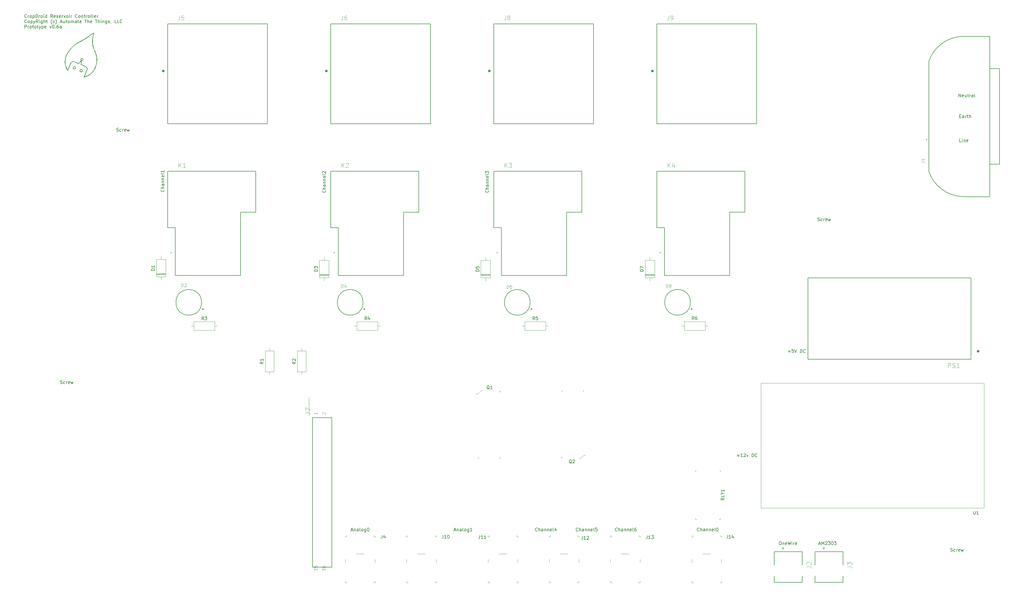
<source format=gto>
G04 #@! TF.GenerationSoftware,KiCad,Pcbnew,5.1.5-52549c5~84~ubuntu18.04.1*
G04 #@! TF.CreationDate,2020-03-01T14:29:26-05:00*
G04 #@! TF.ProjectId,cropdroid-reservoir,63726f70-6472-46f6-9964-2d7265736572,0.6a*
G04 #@! TF.SameCoordinates,Original*
G04 #@! TF.FileFunction,Legend,Top*
G04 #@! TF.FilePolarity,Positive*
%FSLAX46Y46*%
G04 Gerber Fmt 4.6, Leading zero omitted, Abs format (unit mm)*
G04 Created by KiCad (PCBNEW 5.1.5-52549c5~84~ubuntu18.04.1) date 2020-03-01 14:29:26*
%MOMM*%
%LPD*%
G04 APERTURE LIST*
%ADD10C,0.120000*%
%ADD11C,0.150000*%
%ADD12C,0.010000*%
%ADD13C,0.200000*%
%ADD14C,0.127000*%
%ADD15C,0.400000*%
%ADD16C,0.300000*%
%ADD17C,0.152400*%
%ADD18C,0.100000*%
%ADD19C,0.015000*%
G04 APERTURE END LIST*
D10*
X155524200Y-163753800D02*
X155524200Y-158165800D01*
D11*
X304749533Y-143759228D02*
X305511438Y-143759228D01*
X305130485Y-144140180D02*
X305130485Y-143378276D01*
X306463819Y-143140180D02*
X305987628Y-143140180D01*
X305940009Y-143616371D01*
X305987628Y-143568752D01*
X306082866Y-143521133D01*
X306320961Y-143521133D01*
X306416200Y-143568752D01*
X306463819Y-143616371D01*
X306511438Y-143711609D01*
X306511438Y-143949704D01*
X306463819Y-144044942D01*
X306416200Y-144092561D01*
X306320961Y-144140180D01*
X306082866Y-144140180D01*
X305987628Y-144092561D01*
X305940009Y-144044942D01*
X306797152Y-143140180D02*
X307130485Y-144140180D01*
X307463819Y-143140180D01*
X308559057Y-144140180D02*
X308559057Y-143140180D01*
X308797152Y-143140180D01*
X308940009Y-143187800D01*
X309035247Y-143283038D01*
X309082866Y-143378276D01*
X309130485Y-143568752D01*
X309130485Y-143711609D01*
X309082866Y-143902085D01*
X309035247Y-143997323D01*
X308940009Y-144092561D01*
X308797152Y-144140180D01*
X308559057Y-144140180D01*
X310130485Y-144044942D02*
X310082866Y-144092561D01*
X309940009Y-144140180D01*
X309844771Y-144140180D01*
X309701914Y-144092561D01*
X309606676Y-143997323D01*
X309559057Y-143902085D01*
X309511438Y-143711609D01*
X309511438Y-143568752D01*
X309559057Y-143378276D01*
X309606676Y-143283038D01*
X309701914Y-143187800D01*
X309844771Y-143140180D01*
X309940009Y-143140180D01*
X310082866Y-143187800D01*
X310130485Y-143235419D01*
X314353914Y-203798466D02*
X314830104Y-203798466D01*
X314258676Y-204084180D02*
X314592009Y-203084180D01*
X314925342Y-204084180D01*
X315258676Y-204084180D02*
X315258676Y-203084180D01*
X315592009Y-203798466D01*
X315925342Y-203084180D01*
X315925342Y-204084180D01*
X316353914Y-203179419D02*
X316401533Y-203131800D01*
X316496771Y-203084180D01*
X316734866Y-203084180D01*
X316830104Y-203131800D01*
X316877723Y-203179419D01*
X316925342Y-203274657D01*
X316925342Y-203369895D01*
X316877723Y-203512752D01*
X316306295Y-204084180D01*
X316925342Y-204084180D01*
X317258676Y-203084180D02*
X317877723Y-203084180D01*
X317544390Y-203465133D01*
X317687247Y-203465133D01*
X317782485Y-203512752D01*
X317830104Y-203560371D01*
X317877723Y-203655609D01*
X317877723Y-203893704D01*
X317830104Y-203988942D01*
X317782485Y-204036561D01*
X317687247Y-204084180D01*
X317401533Y-204084180D01*
X317306295Y-204036561D01*
X317258676Y-203988942D01*
X318496771Y-203084180D02*
X318592009Y-203084180D01*
X318687247Y-203131800D01*
X318734866Y-203179419D01*
X318782485Y-203274657D01*
X318830104Y-203465133D01*
X318830104Y-203703228D01*
X318782485Y-203893704D01*
X318734866Y-203988942D01*
X318687247Y-204036561D01*
X318592009Y-204084180D01*
X318496771Y-204084180D01*
X318401533Y-204036561D01*
X318353914Y-203988942D01*
X318306295Y-203893704D01*
X318258676Y-203703228D01*
X318258676Y-203465133D01*
X318306295Y-203274657D01*
X318353914Y-203179419D01*
X318401533Y-203131800D01*
X318496771Y-203084180D01*
X319163438Y-203084180D02*
X319782485Y-203084180D01*
X319449152Y-203465133D01*
X319592009Y-203465133D01*
X319687247Y-203512752D01*
X319734866Y-203560371D01*
X319782485Y-203655609D01*
X319782485Y-203893704D01*
X319734866Y-203988942D01*
X319687247Y-204036561D01*
X319592009Y-204084180D01*
X319306295Y-204084180D01*
X319211057Y-204036561D01*
X319163438Y-203988942D01*
X288826961Y-176271228D02*
X289588866Y-176271228D01*
X289207914Y-176652180D02*
X289207914Y-175890276D01*
X290588866Y-176652180D02*
X290017438Y-176652180D01*
X290303152Y-176652180D02*
X290303152Y-175652180D01*
X290207914Y-175795038D01*
X290112676Y-175890276D01*
X290017438Y-175937895D01*
X290969819Y-175747419D02*
X291017438Y-175699800D01*
X291112676Y-175652180D01*
X291350771Y-175652180D01*
X291446009Y-175699800D01*
X291493628Y-175747419D01*
X291541247Y-175842657D01*
X291541247Y-175937895D01*
X291493628Y-176080752D01*
X290922200Y-176652180D01*
X291541247Y-176652180D01*
X291874580Y-175985514D02*
X292112676Y-176652180D01*
X292350771Y-175985514D01*
X293493628Y-176652180D02*
X293493628Y-175652180D01*
X293731723Y-175652180D01*
X293874580Y-175699800D01*
X293969819Y-175795038D01*
X294017438Y-175890276D01*
X294065057Y-176080752D01*
X294065057Y-176223609D01*
X294017438Y-176414085D01*
X293969819Y-176509323D01*
X293874580Y-176604561D01*
X293731723Y-176652180D01*
X293493628Y-176652180D01*
X295065057Y-176556942D02*
X295017438Y-176604561D01*
X294874580Y-176652180D01*
X294779342Y-176652180D01*
X294636485Y-176604561D01*
X294541247Y-176509323D01*
X294493628Y-176414085D01*
X294446009Y-176223609D01*
X294446009Y-176080752D01*
X294493628Y-175890276D01*
X294541247Y-175795038D01*
X294636485Y-175699800D01*
X294779342Y-175652180D01*
X294874580Y-175652180D01*
X295017438Y-175699800D01*
X295065057Y-175747419D01*
X357975209Y-64384180D02*
X357975209Y-63384180D01*
X358546638Y-64384180D01*
X358546638Y-63384180D01*
X359403780Y-64336561D02*
X359308542Y-64384180D01*
X359118066Y-64384180D01*
X359022828Y-64336561D01*
X358975209Y-64241323D01*
X358975209Y-63860371D01*
X359022828Y-63765133D01*
X359118066Y-63717514D01*
X359308542Y-63717514D01*
X359403780Y-63765133D01*
X359451400Y-63860371D01*
X359451400Y-63955609D01*
X358975209Y-64050847D01*
X360308542Y-63717514D02*
X360308542Y-64384180D01*
X359879971Y-63717514D02*
X359879971Y-64241323D01*
X359927590Y-64336561D01*
X360022828Y-64384180D01*
X360165685Y-64384180D01*
X360260923Y-64336561D01*
X360308542Y-64288942D01*
X360641876Y-63717514D02*
X361022828Y-63717514D01*
X360784733Y-63384180D02*
X360784733Y-64241323D01*
X360832352Y-64336561D01*
X360927590Y-64384180D01*
X361022828Y-64384180D01*
X361356161Y-64384180D02*
X361356161Y-63717514D01*
X361356161Y-63907990D02*
X361403780Y-63812752D01*
X361451400Y-63765133D01*
X361546638Y-63717514D01*
X361641876Y-63717514D01*
X362403780Y-64384180D02*
X362403780Y-63860371D01*
X362356161Y-63765133D01*
X362260923Y-63717514D01*
X362070447Y-63717514D01*
X361975209Y-63765133D01*
X362403780Y-64336561D02*
X362308542Y-64384180D01*
X362070447Y-64384180D01*
X361975209Y-64336561D01*
X361927590Y-64241323D01*
X361927590Y-64146085D01*
X361975209Y-64050847D01*
X362070447Y-64003228D01*
X362308542Y-64003228D01*
X362403780Y-63955609D01*
X363022828Y-64384180D02*
X362927590Y-64336561D01*
X362879971Y-64241323D01*
X362879971Y-63384180D01*
X358229114Y-70362771D02*
X358562447Y-70362771D01*
X358705304Y-70886580D02*
X358229114Y-70886580D01*
X358229114Y-69886580D01*
X358705304Y-69886580D01*
X359562447Y-70886580D02*
X359562447Y-70362771D01*
X359514828Y-70267533D01*
X359419590Y-70219914D01*
X359229114Y-70219914D01*
X359133876Y-70267533D01*
X359562447Y-70838961D02*
X359467209Y-70886580D01*
X359229114Y-70886580D01*
X359133876Y-70838961D01*
X359086257Y-70743723D01*
X359086257Y-70648485D01*
X359133876Y-70553247D01*
X359229114Y-70505628D01*
X359467209Y-70505628D01*
X359562447Y-70458009D01*
X360038638Y-70886580D02*
X360038638Y-70219914D01*
X360038638Y-70410390D02*
X360086257Y-70315152D01*
X360133876Y-70267533D01*
X360229114Y-70219914D01*
X360324352Y-70219914D01*
X360514828Y-70219914D02*
X360895780Y-70219914D01*
X360657685Y-69886580D02*
X360657685Y-70743723D01*
X360705304Y-70838961D01*
X360800542Y-70886580D01*
X360895780Y-70886580D01*
X361229114Y-70886580D02*
X361229114Y-69886580D01*
X361657685Y-70886580D02*
X361657685Y-70362771D01*
X361610066Y-70267533D01*
X361514828Y-70219914D01*
X361371971Y-70219914D01*
X361276733Y-70267533D01*
X361229114Y-70315152D01*
X358702076Y-78379580D02*
X358225885Y-78379580D01*
X358225885Y-77379580D01*
X359035409Y-78379580D02*
X359035409Y-77712914D01*
X359035409Y-77379580D02*
X358987790Y-77427200D01*
X359035409Y-77474819D01*
X359083028Y-77427200D01*
X359035409Y-77379580D01*
X359035409Y-77474819D01*
X359511600Y-77712914D02*
X359511600Y-78379580D01*
X359511600Y-77808152D02*
X359559219Y-77760533D01*
X359654457Y-77712914D01*
X359797314Y-77712914D01*
X359892552Y-77760533D01*
X359940171Y-77855771D01*
X359940171Y-78379580D01*
X360797314Y-78331961D02*
X360702076Y-78379580D01*
X360511600Y-78379580D01*
X360416361Y-78331961D01*
X360368742Y-78236723D01*
X360368742Y-77855771D01*
X360416361Y-77760533D01*
X360511600Y-77712914D01*
X360702076Y-77712914D01*
X360797314Y-77760533D01*
X360844933Y-77855771D01*
X360844933Y-77951009D01*
X360368742Y-78046247D01*
X211367642Y-93535166D02*
X211415261Y-93582785D01*
X211462880Y-93725642D01*
X211462880Y-93820880D01*
X211415261Y-93963738D01*
X211320023Y-94058976D01*
X211224785Y-94106595D01*
X211034309Y-94154214D01*
X210891452Y-94154214D01*
X210700976Y-94106595D01*
X210605738Y-94058976D01*
X210510500Y-93963738D01*
X210462880Y-93820880D01*
X210462880Y-93725642D01*
X210510500Y-93582785D01*
X210558119Y-93535166D01*
X211462880Y-93106595D02*
X210462880Y-93106595D01*
X211462880Y-92678023D02*
X210939071Y-92678023D01*
X210843833Y-92725642D01*
X210796214Y-92820880D01*
X210796214Y-92963738D01*
X210843833Y-93058976D01*
X210891452Y-93106595D01*
X211462880Y-91773261D02*
X210939071Y-91773261D01*
X210843833Y-91820880D01*
X210796214Y-91916119D01*
X210796214Y-92106595D01*
X210843833Y-92201833D01*
X211415261Y-91773261D02*
X211462880Y-91868500D01*
X211462880Y-92106595D01*
X211415261Y-92201833D01*
X211320023Y-92249452D01*
X211224785Y-92249452D01*
X211129547Y-92201833D01*
X211081928Y-92106595D01*
X211081928Y-91868500D01*
X211034309Y-91773261D01*
X210796214Y-91297071D02*
X211462880Y-91297071D01*
X210891452Y-91297071D02*
X210843833Y-91249452D01*
X210796214Y-91154214D01*
X210796214Y-91011357D01*
X210843833Y-90916119D01*
X210939071Y-90868500D01*
X211462880Y-90868500D01*
X210796214Y-90392309D02*
X211462880Y-90392309D01*
X210891452Y-90392309D02*
X210843833Y-90344690D01*
X210796214Y-90249452D01*
X210796214Y-90106595D01*
X210843833Y-90011357D01*
X210939071Y-89963738D01*
X211462880Y-89963738D01*
X211415261Y-89106595D02*
X211462880Y-89201833D01*
X211462880Y-89392309D01*
X211415261Y-89487547D01*
X211320023Y-89535166D01*
X210939071Y-89535166D01*
X210843833Y-89487547D01*
X210796214Y-89392309D01*
X210796214Y-89201833D01*
X210843833Y-89106595D01*
X210939071Y-89058976D01*
X211034309Y-89058976D01*
X211129547Y-89535166D01*
X211462880Y-88487547D02*
X211415261Y-88582785D01*
X211320023Y-88630404D01*
X210462880Y-88630404D01*
X210462880Y-88201833D02*
X210462880Y-87582785D01*
X210843833Y-87916119D01*
X210843833Y-87773261D01*
X210891452Y-87678023D01*
X210939071Y-87630404D01*
X211034309Y-87582785D01*
X211272404Y-87582785D01*
X211367642Y-87630404D01*
X211415261Y-87678023D01*
X211462880Y-87773261D01*
X211462880Y-88058976D01*
X211415261Y-88154214D01*
X211367642Y-88201833D01*
X160567642Y-93535166D02*
X160615261Y-93582785D01*
X160662880Y-93725642D01*
X160662880Y-93820880D01*
X160615261Y-93963738D01*
X160520023Y-94058976D01*
X160424785Y-94106595D01*
X160234309Y-94154214D01*
X160091452Y-94154214D01*
X159900976Y-94106595D01*
X159805738Y-94058976D01*
X159710500Y-93963738D01*
X159662880Y-93820880D01*
X159662880Y-93725642D01*
X159710500Y-93582785D01*
X159758119Y-93535166D01*
X160662880Y-93106595D02*
X159662880Y-93106595D01*
X160662880Y-92678023D02*
X160139071Y-92678023D01*
X160043833Y-92725642D01*
X159996214Y-92820880D01*
X159996214Y-92963738D01*
X160043833Y-93058976D01*
X160091452Y-93106595D01*
X160662880Y-91773261D02*
X160139071Y-91773261D01*
X160043833Y-91820880D01*
X159996214Y-91916119D01*
X159996214Y-92106595D01*
X160043833Y-92201833D01*
X160615261Y-91773261D02*
X160662880Y-91868500D01*
X160662880Y-92106595D01*
X160615261Y-92201833D01*
X160520023Y-92249452D01*
X160424785Y-92249452D01*
X160329547Y-92201833D01*
X160281928Y-92106595D01*
X160281928Y-91868500D01*
X160234309Y-91773261D01*
X159996214Y-91297071D02*
X160662880Y-91297071D01*
X160091452Y-91297071D02*
X160043833Y-91249452D01*
X159996214Y-91154214D01*
X159996214Y-91011357D01*
X160043833Y-90916119D01*
X160139071Y-90868500D01*
X160662880Y-90868500D01*
X159996214Y-90392309D02*
X160662880Y-90392309D01*
X160091452Y-90392309D02*
X160043833Y-90344690D01*
X159996214Y-90249452D01*
X159996214Y-90106595D01*
X160043833Y-90011357D01*
X160139071Y-89963738D01*
X160662880Y-89963738D01*
X160615261Y-89106595D02*
X160662880Y-89201833D01*
X160662880Y-89392309D01*
X160615261Y-89487547D01*
X160520023Y-89535166D01*
X160139071Y-89535166D01*
X160043833Y-89487547D01*
X159996214Y-89392309D01*
X159996214Y-89201833D01*
X160043833Y-89106595D01*
X160139071Y-89058976D01*
X160234309Y-89058976D01*
X160329547Y-89535166D01*
X160662880Y-88487547D02*
X160615261Y-88582785D01*
X160520023Y-88630404D01*
X159662880Y-88630404D01*
X159758119Y-88154214D02*
X159710500Y-88106595D01*
X159662880Y-88011357D01*
X159662880Y-87773261D01*
X159710500Y-87678023D01*
X159758119Y-87630404D01*
X159853357Y-87582785D01*
X159948595Y-87582785D01*
X160091452Y-87630404D01*
X160662880Y-88201833D01*
X160662880Y-87582785D01*
X110275642Y-93281166D02*
X110323261Y-93328785D01*
X110370880Y-93471642D01*
X110370880Y-93566880D01*
X110323261Y-93709738D01*
X110228023Y-93804976D01*
X110132785Y-93852595D01*
X109942309Y-93900214D01*
X109799452Y-93900214D01*
X109608976Y-93852595D01*
X109513738Y-93804976D01*
X109418500Y-93709738D01*
X109370880Y-93566880D01*
X109370880Y-93471642D01*
X109418500Y-93328785D01*
X109466119Y-93281166D01*
X110370880Y-92852595D02*
X109370880Y-92852595D01*
X110370880Y-92424023D02*
X109847071Y-92424023D01*
X109751833Y-92471642D01*
X109704214Y-92566880D01*
X109704214Y-92709738D01*
X109751833Y-92804976D01*
X109799452Y-92852595D01*
X110370880Y-91519261D02*
X109847071Y-91519261D01*
X109751833Y-91566880D01*
X109704214Y-91662119D01*
X109704214Y-91852595D01*
X109751833Y-91947833D01*
X110323261Y-91519261D02*
X110370880Y-91614500D01*
X110370880Y-91852595D01*
X110323261Y-91947833D01*
X110228023Y-91995452D01*
X110132785Y-91995452D01*
X110037547Y-91947833D01*
X109989928Y-91852595D01*
X109989928Y-91614500D01*
X109942309Y-91519261D01*
X109704214Y-91043071D02*
X110370880Y-91043071D01*
X109799452Y-91043071D02*
X109751833Y-90995452D01*
X109704214Y-90900214D01*
X109704214Y-90757357D01*
X109751833Y-90662119D01*
X109847071Y-90614500D01*
X110370880Y-90614500D01*
X109704214Y-90138309D02*
X110370880Y-90138309D01*
X109799452Y-90138309D02*
X109751833Y-90090690D01*
X109704214Y-89995452D01*
X109704214Y-89852595D01*
X109751833Y-89757357D01*
X109847071Y-89709738D01*
X110370880Y-89709738D01*
X110323261Y-88852595D02*
X110370880Y-88947833D01*
X110370880Y-89138309D01*
X110323261Y-89233547D01*
X110228023Y-89281166D01*
X109847071Y-89281166D01*
X109751833Y-89233547D01*
X109704214Y-89138309D01*
X109704214Y-88947833D01*
X109751833Y-88852595D01*
X109847071Y-88804976D01*
X109942309Y-88804976D01*
X110037547Y-89281166D01*
X110370880Y-88233547D02*
X110323261Y-88328785D01*
X110228023Y-88376404D01*
X109370880Y-88376404D01*
X110370880Y-87328785D02*
X110370880Y-87900214D01*
X110370880Y-87614500D02*
X109370880Y-87614500D01*
X109513738Y-87709738D01*
X109608976Y-87804976D01*
X109656595Y-87900214D01*
X251536533Y-199747142D02*
X251488914Y-199794761D01*
X251346057Y-199842380D01*
X251250819Y-199842380D01*
X251107961Y-199794761D01*
X251012723Y-199699523D01*
X250965104Y-199604285D01*
X250917485Y-199413809D01*
X250917485Y-199270952D01*
X250965104Y-199080476D01*
X251012723Y-198985238D01*
X251107961Y-198890000D01*
X251250819Y-198842380D01*
X251346057Y-198842380D01*
X251488914Y-198890000D01*
X251536533Y-198937619D01*
X251965104Y-199842380D02*
X251965104Y-198842380D01*
X252393676Y-199842380D02*
X252393676Y-199318571D01*
X252346057Y-199223333D01*
X252250819Y-199175714D01*
X252107961Y-199175714D01*
X252012723Y-199223333D01*
X251965104Y-199270952D01*
X253298438Y-199842380D02*
X253298438Y-199318571D01*
X253250819Y-199223333D01*
X253155580Y-199175714D01*
X252965104Y-199175714D01*
X252869866Y-199223333D01*
X253298438Y-199794761D02*
X253203200Y-199842380D01*
X252965104Y-199842380D01*
X252869866Y-199794761D01*
X252822247Y-199699523D01*
X252822247Y-199604285D01*
X252869866Y-199509047D01*
X252965104Y-199461428D01*
X253203200Y-199461428D01*
X253298438Y-199413809D01*
X253774628Y-199175714D02*
X253774628Y-199842380D01*
X253774628Y-199270952D02*
X253822247Y-199223333D01*
X253917485Y-199175714D01*
X254060342Y-199175714D01*
X254155580Y-199223333D01*
X254203200Y-199318571D01*
X254203200Y-199842380D01*
X254679390Y-199175714D02*
X254679390Y-199842380D01*
X254679390Y-199270952D02*
X254727009Y-199223333D01*
X254822247Y-199175714D01*
X254965104Y-199175714D01*
X255060342Y-199223333D01*
X255107961Y-199318571D01*
X255107961Y-199842380D01*
X255965104Y-199794761D02*
X255869866Y-199842380D01*
X255679390Y-199842380D01*
X255584152Y-199794761D01*
X255536533Y-199699523D01*
X255536533Y-199318571D01*
X255584152Y-199223333D01*
X255679390Y-199175714D01*
X255869866Y-199175714D01*
X255965104Y-199223333D01*
X256012723Y-199318571D01*
X256012723Y-199413809D01*
X255536533Y-199509047D01*
X256584152Y-199842380D02*
X256488914Y-199794761D01*
X256441295Y-199699523D01*
X256441295Y-198842380D01*
X257393676Y-198842380D02*
X257203200Y-198842380D01*
X257107961Y-198890000D01*
X257060342Y-198937619D01*
X256965104Y-199080476D01*
X256917485Y-199270952D01*
X256917485Y-199651904D01*
X256965104Y-199747142D01*
X257012723Y-199794761D01*
X257107961Y-199842380D01*
X257298438Y-199842380D01*
X257393676Y-199794761D01*
X257441295Y-199747142D01*
X257488914Y-199651904D01*
X257488914Y-199413809D01*
X257441295Y-199318571D01*
X257393676Y-199270952D01*
X257298438Y-199223333D01*
X257107961Y-199223333D01*
X257012723Y-199270952D01*
X256965104Y-199318571D01*
X256917485Y-199413809D01*
X239344533Y-199747142D02*
X239296914Y-199794761D01*
X239154057Y-199842380D01*
X239058819Y-199842380D01*
X238915961Y-199794761D01*
X238820723Y-199699523D01*
X238773104Y-199604285D01*
X238725485Y-199413809D01*
X238725485Y-199270952D01*
X238773104Y-199080476D01*
X238820723Y-198985238D01*
X238915961Y-198890000D01*
X239058819Y-198842380D01*
X239154057Y-198842380D01*
X239296914Y-198890000D01*
X239344533Y-198937619D01*
X239773104Y-199842380D02*
X239773104Y-198842380D01*
X240201676Y-199842380D02*
X240201676Y-199318571D01*
X240154057Y-199223333D01*
X240058819Y-199175714D01*
X239915961Y-199175714D01*
X239820723Y-199223333D01*
X239773104Y-199270952D01*
X241106438Y-199842380D02*
X241106438Y-199318571D01*
X241058819Y-199223333D01*
X240963580Y-199175714D01*
X240773104Y-199175714D01*
X240677866Y-199223333D01*
X241106438Y-199794761D02*
X241011200Y-199842380D01*
X240773104Y-199842380D01*
X240677866Y-199794761D01*
X240630247Y-199699523D01*
X240630247Y-199604285D01*
X240677866Y-199509047D01*
X240773104Y-199461428D01*
X241011200Y-199461428D01*
X241106438Y-199413809D01*
X241582628Y-199175714D02*
X241582628Y-199842380D01*
X241582628Y-199270952D02*
X241630247Y-199223333D01*
X241725485Y-199175714D01*
X241868342Y-199175714D01*
X241963580Y-199223333D01*
X242011200Y-199318571D01*
X242011200Y-199842380D01*
X242487390Y-199175714D02*
X242487390Y-199842380D01*
X242487390Y-199270952D02*
X242535009Y-199223333D01*
X242630247Y-199175714D01*
X242773104Y-199175714D01*
X242868342Y-199223333D01*
X242915961Y-199318571D01*
X242915961Y-199842380D01*
X243773104Y-199794761D02*
X243677866Y-199842380D01*
X243487390Y-199842380D01*
X243392152Y-199794761D01*
X243344533Y-199699523D01*
X243344533Y-199318571D01*
X243392152Y-199223333D01*
X243487390Y-199175714D01*
X243677866Y-199175714D01*
X243773104Y-199223333D01*
X243820723Y-199318571D01*
X243820723Y-199413809D01*
X243344533Y-199509047D01*
X244392152Y-199842380D02*
X244296914Y-199794761D01*
X244249295Y-199699523D01*
X244249295Y-198842380D01*
X245249295Y-198842380D02*
X244773104Y-198842380D01*
X244725485Y-199318571D01*
X244773104Y-199270952D01*
X244868342Y-199223333D01*
X245106438Y-199223333D01*
X245201676Y-199270952D01*
X245249295Y-199318571D01*
X245296914Y-199413809D01*
X245296914Y-199651904D01*
X245249295Y-199747142D01*
X245201676Y-199794761D01*
X245106438Y-199842380D01*
X244868342Y-199842380D01*
X244773104Y-199794761D01*
X244725485Y-199747142D01*
X226644533Y-199747142D02*
X226596914Y-199794761D01*
X226454057Y-199842380D01*
X226358819Y-199842380D01*
X226215961Y-199794761D01*
X226120723Y-199699523D01*
X226073104Y-199604285D01*
X226025485Y-199413809D01*
X226025485Y-199270952D01*
X226073104Y-199080476D01*
X226120723Y-198985238D01*
X226215961Y-198890000D01*
X226358819Y-198842380D01*
X226454057Y-198842380D01*
X226596914Y-198890000D01*
X226644533Y-198937619D01*
X227073104Y-199842380D02*
X227073104Y-198842380D01*
X227501676Y-199842380D02*
X227501676Y-199318571D01*
X227454057Y-199223333D01*
X227358819Y-199175714D01*
X227215961Y-199175714D01*
X227120723Y-199223333D01*
X227073104Y-199270952D01*
X228406438Y-199842380D02*
X228406438Y-199318571D01*
X228358819Y-199223333D01*
X228263580Y-199175714D01*
X228073104Y-199175714D01*
X227977866Y-199223333D01*
X228406438Y-199794761D02*
X228311200Y-199842380D01*
X228073104Y-199842380D01*
X227977866Y-199794761D01*
X227930247Y-199699523D01*
X227930247Y-199604285D01*
X227977866Y-199509047D01*
X228073104Y-199461428D01*
X228311200Y-199461428D01*
X228406438Y-199413809D01*
X228882628Y-199175714D02*
X228882628Y-199842380D01*
X228882628Y-199270952D02*
X228930247Y-199223333D01*
X229025485Y-199175714D01*
X229168342Y-199175714D01*
X229263580Y-199223333D01*
X229311200Y-199318571D01*
X229311200Y-199842380D01*
X229787390Y-199175714D02*
X229787390Y-199842380D01*
X229787390Y-199270952D02*
X229835009Y-199223333D01*
X229930247Y-199175714D01*
X230073104Y-199175714D01*
X230168342Y-199223333D01*
X230215961Y-199318571D01*
X230215961Y-199842380D01*
X231073104Y-199794761D02*
X230977866Y-199842380D01*
X230787390Y-199842380D01*
X230692152Y-199794761D01*
X230644533Y-199699523D01*
X230644533Y-199318571D01*
X230692152Y-199223333D01*
X230787390Y-199175714D01*
X230977866Y-199175714D01*
X231073104Y-199223333D01*
X231120723Y-199318571D01*
X231120723Y-199413809D01*
X230644533Y-199509047D01*
X231692152Y-199842380D02*
X231596914Y-199794761D01*
X231549295Y-199699523D01*
X231549295Y-198842380D01*
X232501676Y-199175714D02*
X232501676Y-199842380D01*
X232263580Y-198794761D02*
X232025485Y-199509047D01*
X232644533Y-199509047D01*
X277063533Y-199747142D02*
X277015914Y-199794761D01*
X276873057Y-199842380D01*
X276777819Y-199842380D01*
X276634961Y-199794761D01*
X276539723Y-199699523D01*
X276492104Y-199604285D01*
X276444485Y-199413809D01*
X276444485Y-199270952D01*
X276492104Y-199080476D01*
X276539723Y-198985238D01*
X276634961Y-198890000D01*
X276777819Y-198842380D01*
X276873057Y-198842380D01*
X277015914Y-198890000D01*
X277063533Y-198937619D01*
X277492104Y-199842380D02*
X277492104Y-198842380D01*
X277920676Y-199842380D02*
X277920676Y-199318571D01*
X277873057Y-199223333D01*
X277777819Y-199175714D01*
X277634961Y-199175714D01*
X277539723Y-199223333D01*
X277492104Y-199270952D01*
X278825438Y-199842380D02*
X278825438Y-199318571D01*
X278777819Y-199223333D01*
X278682580Y-199175714D01*
X278492104Y-199175714D01*
X278396866Y-199223333D01*
X278825438Y-199794761D02*
X278730200Y-199842380D01*
X278492104Y-199842380D01*
X278396866Y-199794761D01*
X278349247Y-199699523D01*
X278349247Y-199604285D01*
X278396866Y-199509047D01*
X278492104Y-199461428D01*
X278730200Y-199461428D01*
X278825438Y-199413809D01*
X279301628Y-199175714D02*
X279301628Y-199842380D01*
X279301628Y-199270952D02*
X279349247Y-199223333D01*
X279444485Y-199175714D01*
X279587342Y-199175714D01*
X279682580Y-199223333D01*
X279730200Y-199318571D01*
X279730200Y-199842380D01*
X280206390Y-199175714D02*
X280206390Y-199842380D01*
X280206390Y-199270952D02*
X280254009Y-199223333D01*
X280349247Y-199175714D01*
X280492104Y-199175714D01*
X280587342Y-199223333D01*
X280634961Y-199318571D01*
X280634961Y-199842380D01*
X281492104Y-199794761D02*
X281396866Y-199842380D01*
X281206390Y-199842380D01*
X281111152Y-199794761D01*
X281063533Y-199699523D01*
X281063533Y-199318571D01*
X281111152Y-199223333D01*
X281206390Y-199175714D01*
X281396866Y-199175714D01*
X281492104Y-199223333D01*
X281539723Y-199318571D01*
X281539723Y-199413809D01*
X281063533Y-199509047D01*
X282111152Y-199842380D02*
X282015914Y-199794761D01*
X281968295Y-199699523D01*
X281968295Y-198842380D01*
X282682580Y-198842380D02*
X282777819Y-198842380D01*
X282873057Y-198890000D01*
X282920676Y-198937619D01*
X282968295Y-199032857D01*
X283015914Y-199223333D01*
X283015914Y-199461428D01*
X282968295Y-199651904D01*
X282920676Y-199747142D01*
X282873057Y-199794761D01*
X282777819Y-199842380D01*
X282682580Y-199842380D01*
X282587342Y-199794761D01*
X282539723Y-199747142D01*
X282492104Y-199651904D01*
X282444485Y-199461428D01*
X282444485Y-199223333D01*
X282492104Y-199032857D01*
X282539723Y-198937619D01*
X282587342Y-198890000D01*
X282682580Y-198842380D01*
X200744485Y-199556666D02*
X201220676Y-199556666D01*
X200649247Y-199842380D02*
X200982580Y-198842380D01*
X201315914Y-199842380D01*
X201649247Y-199175714D02*
X201649247Y-199842380D01*
X201649247Y-199270952D02*
X201696866Y-199223333D01*
X201792104Y-199175714D01*
X201934961Y-199175714D01*
X202030200Y-199223333D01*
X202077819Y-199318571D01*
X202077819Y-199842380D01*
X202982580Y-199842380D02*
X202982580Y-199318571D01*
X202934961Y-199223333D01*
X202839723Y-199175714D01*
X202649247Y-199175714D01*
X202554009Y-199223333D01*
X202982580Y-199794761D02*
X202887342Y-199842380D01*
X202649247Y-199842380D01*
X202554009Y-199794761D01*
X202506390Y-199699523D01*
X202506390Y-199604285D01*
X202554009Y-199509047D01*
X202649247Y-199461428D01*
X202887342Y-199461428D01*
X202982580Y-199413809D01*
X203601628Y-199842380D02*
X203506390Y-199794761D01*
X203458771Y-199699523D01*
X203458771Y-198842380D01*
X204125438Y-199842380D02*
X204030200Y-199794761D01*
X203982580Y-199747142D01*
X203934961Y-199651904D01*
X203934961Y-199366190D01*
X203982580Y-199270952D01*
X204030200Y-199223333D01*
X204125438Y-199175714D01*
X204268295Y-199175714D01*
X204363533Y-199223333D01*
X204411152Y-199270952D01*
X204458771Y-199366190D01*
X204458771Y-199651904D01*
X204411152Y-199747142D01*
X204363533Y-199794761D01*
X204268295Y-199842380D01*
X204125438Y-199842380D01*
X205315914Y-199175714D02*
X205315914Y-199985238D01*
X205268295Y-200080476D01*
X205220676Y-200128095D01*
X205125438Y-200175714D01*
X204982580Y-200175714D01*
X204887342Y-200128095D01*
X205315914Y-199794761D02*
X205220676Y-199842380D01*
X205030200Y-199842380D01*
X204934961Y-199794761D01*
X204887342Y-199747142D01*
X204839723Y-199651904D01*
X204839723Y-199366190D01*
X204887342Y-199270952D01*
X204934961Y-199223333D01*
X205030200Y-199175714D01*
X205220676Y-199175714D01*
X205315914Y-199223333D01*
X206315914Y-199842380D02*
X205744485Y-199842380D01*
X206030200Y-199842380D02*
X206030200Y-198842380D01*
X205934961Y-198985238D01*
X205839723Y-199080476D01*
X205744485Y-199128095D01*
X168664285Y-199556666D02*
X169140476Y-199556666D01*
X168569047Y-199842380D02*
X168902380Y-198842380D01*
X169235714Y-199842380D01*
X169569047Y-199175714D02*
X169569047Y-199842380D01*
X169569047Y-199270952D02*
X169616666Y-199223333D01*
X169711904Y-199175714D01*
X169854761Y-199175714D01*
X169950000Y-199223333D01*
X169997619Y-199318571D01*
X169997619Y-199842380D01*
X170902380Y-199842380D02*
X170902380Y-199318571D01*
X170854761Y-199223333D01*
X170759523Y-199175714D01*
X170569047Y-199175714D01*
X170473809Y-199223333D01*
X170902380Y-199794761D02*
X170807142Y-199842380D01*
X170569047Y-199842380D01*
X170473809Y-199794761D01*
X170426190Y-199699523D01*
X170426190Y-199604285D01*
X170473809Y-199509047D01*
X170569047Y-199461428D01*
X170807142Y-199461428D01*
X170902380Y-199413809D01*
X171521428Y-199842380D02*
X171426190Y-199794761D01*
X171378571Y-199699523D01*
X171378571Y-198842380D01*
X172045238Y-199842380D02*
X171950000Y-199794761D01*
X171902380Y-199747142D01*
X171854761Y-199651904D01*
X171854761Y-199366190D01*
X171902380Y-199270952D01*
X171950000Y-199223333D01*
X172045238Y-199175714D01*
X172188095Y-199175714D01*
X172283333Y-199223333D01*
X172330952Y-199270952D01*
X172378571Y-199366190D01*
X172378571Y-199651904D01*
X172330952Y-199747142D01*
X172283333Y-199794761D01*
X172188095Y-199842380D01*
X172045238Y-199842380D01*
X173235714Y-199175714D02*
X173235714Y-199985238D01*
X173188095Y-200080476D01*
X173140476Y-200128095D01*
X173045238Y-200175714D01*
X172902380Y-200175714D01*
X172807142Y-200128095D01*
X173235714Y-199794761D02*
X173140476Y-199842380D01*
X172950000Y-199842380D01*
X172854761Y-199794761D01*
X172807142Y-199747142D01*
X172759523Y-199651904D01*
X172759523Y-199366190D01*
X172807142Y-199270952D01*
X172854761Y-199223333D01*
X172950000Y-199175714D01*
X173140476Y-199175714D01*
X173235714Y-199223333D01*
X173902380Y-198842380D02*
X173997619Y-198842380D01*
X174092857Y-198890000D01*
X174140476Y-198937619D01*
X174188095Y-199032857D01*
X174235714Y-199223333D01*
X174235714Y-199461428D01*
X174188095Y-199651904D01*
X174140476Y-199747142D01*
X174092857Y-199794761D01*
X173997619Y-199842380D01*
X173902380Y-199842380D01*
X173807142Y-199794761D01*
X173759523Y-199747142D01*
X173711904Y-199651904D01*
X173664285Y-199461428D01*
X173664285Y-199223333D01*
X173711904Y-199032857D01*
X173759523Y-198937619D01*
X173807142Y-198890000D01*
X173902380Y-198842380D01*
X302225390Y-203084180D02*
X302415866Y-203084180D01*
X302511104Y-203131800D01*
X302606342Y-203227038D01*
X302653961Y-203417514D01*
X302653961Y-203750847D01*
X302606342Y-203941323D01*
X302511104Y-204036561D01*
X302415866Y-204084180D01*
X302225390Y-204084180D01*
X302130152Y-204036561D01*
X302034914Y-203941323D01*
X301987295Y-203750847D01*
X301987295Y-203417514D01*
X302034914Y-203227038D01*
X302130152Y-203131800D01*
X302225390Y-203084180D01*
X303082533Y-203417514D02*
X303082533Y-204084180D01*
X303082533Y-203512752D02*
X303130152Y-203465133D01*
X303225390Y-203417514D01*
X303368247Y-203417514D01*
X303463485Y-203465133D01*
X303511104Y-203560371D01*
X303511104Y-204084180D01*
X304368247Y-204036561D02*
X304273009Y-204084180D01*
X304082533Y-204084180D01*
X303987295Y-204036561D01*
X303939676Y-203941323D01*
X303939676Y-203560371D01*
X303987295Y-203465133D01*
X304082533Y-203417514D01*
X304273009Y-203417514D01*
X304368247Y-203465133D01*
X304415866Y-203560371D01*
X304415866Y-203655609D01*
X303939676Y-203750847D01*
X304749200Y-203084180D02*
X304987295Y-204084180D01*
X305177771Y-203369895D01*
X305368247Y-204084180D01*
X305606342Y-203084180D01*
X305987295Y-204084180D02*
X305987295Y-203417514D01*
X305987295Y-203084180D02*
X305939676Y-203131800D01*
X305987295Y-203179419D01*
X306034914Y-203131800D01*
X305987295Y-203084180D01*
X305987295Y-203179419D01*
X306463485Y-204084180D02*
X306463485Y-203417514D01*
X306463485Y-203607990D02*
X306511104Y-203512752D01*
X306558723Y-203465133D01*
X306653961Y-203417514D01*
X306749200Y-203417514D01*
X307463485Y-204036561D02*
X307368247Y-204084180D01*
X307177771Y-204084180D01*
X307082533Y-204036561D01*
X307034914Y-203941323D01*
X307034914Y-203560371D01*
X307082533Y-203465133D01*
X307177771Y-203417514D01*
X307368247Y-203417514D01*
X307463485Y-203465133D01*
X307511104Y-203560371D01*
X307511104Y-203655609D01*
X307034914Y-203750847D01*
X67531223Y-39524942D02*
X67483604Y-39572561D01*
X67340747Y-39620180D01*
X67245509Y-39620180D01*
X67102652Y-39572561D01*
X67007414Y-39477323D01*
X66959795Y-39382085D01*
X66912176Y-39191609D01*
X66912176Y-39048752D01*
X66959795Y-38858276D01*
X67007414Y-38763038D01*
X67102652Y-38667800D01*
X67245509Y-38620180D01*
X67340747Y-38620180D01*
X67483604Y-38667800D01*
X67531223Y-38715419D01*
X67959795Y-39620180D02*
X67959795Y-38953514D01*
X67959795Y-39143990D02*
X68007414Y-39048752D01*
X68055033Y-39001133D01*
X68150271Y-38953514D01*
X68245509Y-38953514D01*
X68721700Y-39620180D02*
X68626461Y-39572561D01*
X68578842Y-39524942D01*
X68531223Y-39429704D01*
X68531223Y-39143990D01*
X68578842Y-39048752D01*
X68626461Y-39001133D01*
X68721700Y-38953514D01*
X68864557Y-38953514D01*
X68959795Y-39001133D01*
X69007414Y-39048752D01*
X69055033Y-39143990D01*
X69055033Y-39429704D01*
X69007414Y-39524942D01*
X68959795Y-39572561D01*
X68864557Y-39620180D01*
X68721700Y-39620180D01*
X69483604Y-38953514D02*
X69483604Y-39953514D01*
X69483604Y-39001133D02*
X69578842Y-38953514D01*
X69769319Y-38953514D01*
X69864557Y-39001133D01*
X69912176Y-39048752D01*
X69959795Y-39143990D01*
X69959795Y-39429704D01*
X69912176Y-39524942D01*
X69864557Y-39572561D01*
X69769319Y-39620180D01*
X69578842Y-39620180D01*
X69483604Y-39572561D01*
X70388366Y-39620180D02*
X70388366Y-38620180D01*
X70626461Y-38620180D01*
X70769319Y-38667800D01*
X70864557Y-38763038D01*
X70912176Y-38858276D01*
X70959795Y-39048752D01*
X70959795Y-39191609D01*
X70912176Y-39382085D01*
X70864557Y-39477323D01*
X70769319Y-39572561D01*
X70626461Y-39620180D01*
X70388366Y-39620180D01*
X71388366Y-39620180D02*
X71388366Y-38953514D01*
X71388366Y-39143990D02*
X71435985Y-39048752D01*
X71483604Y-39001133D01*
X71578842Y-38953514D01*
X71674080Y-38953514D01*
X72150271Y-39620180D02*
X72055033Y-39572561D01*
X72007414Y-39524942D01*
X71959795Y-39429704D01*
X71959795Y-39143990D01*
X72007414Y-39048752D01*
X72055033Y-39001133D01*
X72150271Y-38953514D01*
X72293128Y-38953514D01*
X72388366Y-39001133D01*
X72435985Y-39048752D01*
X72483604Y-39143990D01*
X72483604Y-39429704D01*
X72435985Y-39524942D01*
X72388366Y-39572561D01*
X72293128Y-39620180D01*
X72150271Y-39620180D01*
X72912176Y-39620180D02*
X72912176Y-38953514D01*
X72912176Y-38620180D02*
X72864557Y-38667800D01*
X72912176Y-38715419D01*
X72959795Y-38667800D01*
X72912176Y-38620180D01*
X72912176Y-38715419D01*
X73816938Y-39620180D02*
X73816938Y-38620180D01*
X73816938Y-39572561D02*
X73721700Y-39620180D01*
X73531223Y-39620180D01*
X73435985Y-39572561D01*
X73388366Y-39524942D01*
X73340747Y-39429704D01*
X73340747Y-39143990D01*
X73388366Y-39048752D01*
X73435985Y-39001133D01*
X73531223Y-38953514D01*
X73721700Y-38953514D01*
X73816938Y-39001133D01*
X75626461Y-39620180D02*
X75293128Y-39143990D01*
X75055033Y-39620180D02*
X75055033Y-38620180D01*
X75435985Y-38620180D01*
X75531223Y-38667800D01*
X75578842Y-38715419D01*
X75626461Y-38810657D01*
X75626461Y-38953514D01*
X75578842Y-39048752D01*
X75531223Y-39096371D01*
X75435985Y-39143990D01*
X75055033Y-39143990D01*
X76435985Y-39572561D02*
X76340747Y-39620180D01*
X76150271Y-39620180D01*
X76055033Y-39572561D01*
X76007414Y-39477323D01*
X76007414Y-39096371D01*
X76055033Y-39001133D01*
X76150271Y-38953514D01*
X76340747Y-38953514D01*
X76435985Y-39001133D01*
X76483604Y-39096371D01*
X76483604Y-39191609D01*
X76007414Y-39286847D01*
X76864557Y-39572561D02*
X76959795Y-39620180D01*
X77150271Y-39620180D01*
X77245509Y-39572561D01*
X77293128Y-39477323D01*
X77293128Y-39429704D01*
X77245509Y-39334466D01*
X77150271Y-39286847D01*
X77007414Y-39286847D01*
X76912176Y-39239228D01*
X76864557Y-39143990D01*
X76864557Y-39096371D01*
X76912176Y-39001133D01*
X77007414Y-38953514D01*
X77150271Y-38953514D01*
X77245509Y-39001133D01*
X78102652Y-39572561D02*
X78007414Y-39620180D01*
X77816938Y-39620180D01*
X77721700Y-39572561D01*
X77674080Y-39477323D01*
X77674080Y-39096371D01*
X77721700Y-39001133D01*
X77816938Y-38953514D01*
X78007414Y-38953514D01*
X78102652Y-39001133D01*
X78150271Y-39096371D01*
X78150271Y-39191609D01*
X77674080Y-39286847D01*
X78578842Y-39620180D02*
X78578842Y-38953514D01*
X78578842Y-39143990D02*
X78626461Y-39048752D01*
X78674080Y-39001133D01*
X78769319Y-38953514D01*
X78864557Y-38953514D01*
X79102652Y-38953514D02*
X79340747Y-39620180D01*
X79578842Y-38953514D01*
X80102652Y-39620180D02*
X80007414Y-39572561D01*
X79959795Y-39524942D01*
X79912176Y-39429704D01*
X79912176Y-39143990D01*
X79959795Y-39048752D01*
X80007414Y-39001133D01*
X80102652Y-38953514D01*
X80245509Y-38953514D01*
X80340747Y-39001133D01*
X80388366Y-39048752D01*
X80435985Y-39143990D01*
X80435985Y-39429704D01*
X80388366Y-39524942D01*
X80340747Y-39572561D01*
X80245509Y-39620180D01*
X80102652Y-39620180D01*
X80864557Y-39620180D02*
X80864557Y-38953514D01*
X80864557Y-38620180D02*
X80816938Y-38667800D01*
X80864557Y-38715419D01*
X80912176Y-38667800D01*
X80864557Y-38620180D01*
X80864557Y-38715419D01*
X81340747Y-39620180D02*
X81340747Y-38953514D01*
X81340747Y-39143990D02*
X81388366Y-39048752D01*
X81435985Y-39001133D01*
X81531223Y-38953514D01*
X81626461Y-38953514D01*
X83293128Y-39524942D02*
X83245509Y-39572561D01*
X83102652Y-39620180D01*
X83007414Y-39620180D01*
X82864557Y-39572561D01*
X82769319Y-39477323D01*
X82721700Y-39382085D01*
X82674080Y-39191609D01*
X82674080Y-39048752D01*
X82721700Y-38858276D01*
X82769319Y-38763038D01*
X82864557Y-38667800D01*
X83007414Y-38620180D01*
X83102652Y-38620180D01*
X83245509Y-38667800D01*
X83293128Y-38715419D01*
X83864557Y-39620180D02*
X83769319Y-39572561D01*
X83721700Y-39524942D01*
X83674080Y-39429704D01*
X83674080Y-39143990D01*
X83721700Y-39048752D01*
X83769319Y-39001133D01*
X83864557Y-38953514D01*
X84007414Y-38953514D01*
X84102652Y-39001133D01*
X84150271Y-39048752D01*
X84197890Y-39143990D01*
X84197890Y-39429704D01*
X84150271Y-39524942D01*
X84102652Y-39572561D01*
X84007414Y-39620180D01*
X83864557Y-39620180D01*
X84626461Y-38953514D02*
X84626461Y-39620180D01*
X84626461Y-39048752D02*
X84674080Y-39001133D01*
X84769319Y-38953514D01*
X84912176Y-38953514D01*
X85007414Y-39001133D01*
X85055033Y-39096371D01*
X85055033Y-39620180D01*
X85388366Y-38953514D02*
X85769319Y-38953514D01*
X85531223Y-38620180D02*
X85531223Y-39477323D01*
X85578842Y-39572561D01*
X85674080Y-39620180D01*
X85769319Y-39620180D01*
X86102652Y-39620180D02*
X86102652Y-38953514D01*
X86102652Y-39143990D02*
X86150271Y-39048752D01*
X86197890Y-39001133D01*
X86293128Y-38953514D01*
X86388366Y-38953514D01*
X86864557Y-39620180D02*
X86769319Y-39572561D01*
X86721700Y-39524942D01*
X86674080Y-39429704D01*
X86674080Y-39143990D01*
X86721700Y-39048752D01*
X86769319Y-39001133D01*
X86864557Y-38953514D01*
X87007414Y-38953514D01*
X87102652Y-39001133D01*
X87150271Y-39048752D01*
X87197890Y-39143990D01*
X87197890Y-39429704D01*
X87150271Y-39524942D01*
X87102652Y-39572561D01*
X87007414Y-39620180D01*
X86864557Y-39620180D01*
X87769319Y-39620180D02*
X87674080Y-39572561D01*
X87626461Y-39477323D01*
X87626461Y-38620180D01*
X88293128Y-39620180D02*
X88197890Y-39572561D01*
X88150271Y-39477323D01*
X88150271Y-38620180D01*
X89055033Y-39572561D02*
X88959795Y-39620180D01*
X88769319Y-39620180D01*
X88674080Y-39572561D01*
X88626461Y-39477323D01*
X88626461Y-39096371D01*
X88674080Y-39001133D01*
X88769319Y-38953514D01*
X88959795Y-38953514D01*
X89055033Y-39001133D01*
X89102652Y-39096371D01*
X89102652Y-39191609D01*
X88626461Y-39286847D01*
X89531223Y-39620180D02*
X89531223Y-38953514D01*
X89531223Y-39143990D02*
X89578842Y-39048752D01*
X89626461Y-39001133D01*
X89721700Y-38953514D01*
X89816938Y-38953514D01*
X67531223Y-41174942D02*
X67483604Y-41222561D01*
X67340747Y-41270180D01*
X67245509Y-41270180D01*
X67102652Y-41222561D01*
X67007414Y-41127323D01*
X66959795Y-41032085D01*
X66912176Y-40841609D01*
X66912176Y-40698752D01*
X66959795Y-40508276D01*
X67007414Y-40413038D01*
X67102652Y-40317800D01*
X67245509Y-40270180D01*
X67340747Y-40270180D01*
X67483604Y-40317800D01*
X67531223Y-40365419D01*
X68102652Y-41270180D02*
X68007414Y-41222561D01*
X67959795Y-41174942D01*
X67912176Y-41079704D01*
X67912176Y-40793990D01*
X67959795Y-40698752D01*
X68007414Y-40651133D01*
X68102652Y-40603514D01*
X68245509Y-40603514D01*
X68340747Y-40651133D01*
X68388366Y-40698752D01*
X68435985Y-40793990D01*
X68435985Y-41079704D01*
X68388366Y-41174942D01*
X68340747Y-41222561D01*
X68245509Y-41270180D01*
X68102652Y-41270180D01*
X68864557Y-40603514D02*
X68864557Y-41603514D01*
X68864557Y-40651133D02*
X68959795Y-40603514D01*
X69150271Y-40603514D01*
X69245509Y-40651133D01*
X69293128Y-40698752D01*
X69340747Y-40793990D01*
X69340747Y-41079704D01*
X69293128Y-41174942D01*
X69245509Y-41222561D01*
X69150271Y-41270180D01*
X68959795Y-41270180D01*
X68864557Y-41222561D01*
X69674080Y-40603514D02*
X69912176Y-41270180D01*
X70150271Y-40603514D02*
X69912176Y-41270180D01*
X69816938Y-41508276D01*
X69769319Y-41555895D01*
X69674080Y-41603514D01*
X71102652Y-41270180D02*
X70769319Y-40793990D01*
X70531223Y-41270180D02*
X70531223Y-40270180D01*
X70912176Y-40270180D01*
X71007414Y-40317800D01*
X71055033Y-40365419D01*
X71102652Y-40460657D01*
X71102652Y-40603514D01*
X71055033Y-40698752D01*
X71007414Y-40746371D01*
X70912176Y-40793990D01*
X70531223Y-40793990D01*
X71531223Y-41270180D02*
X71531223Y-40603514D01*
X71531223Y-40270180D02*
X71483604Y-40317800D01*
X71531223Y-40365419D01*
X71578842Y-40317800D01*
X71531223Y-40270180D01*
X71531223Y-40365419D01*
X72435985Y-40603514D02*
X72435985Y-41413038D01*
X72388366Y-41508276D01*
X72340747Y-41555895D01*
X72245509Y-41603514D01*
X72102652Y-41603514D01*
X72007414Y-41555895D01*
X72435985Y-41222561D02*
X72340747Y-41270180D01*
X72150271Y-41270180D01*
X72055033Y-41222561D01*
X72007414Y-41174942D01*
X71959795Y-41079704D01*
X71959795Y-40793990D01*
X72007414Y-40698752D01*
X72055033Y-40651133D01*
X72150271Y-40603514D01*
X72340747Y-40603514D01*
X72435985Y-40651133D01*
X72912176Y-41270180D02*
X72912176Y-40270180D01*
X73340747Y-41270180D02*
X73340747Y-40746371D01*
X73293128Y-40651133D01*
X73197890Y-40603514D01*
X73055033Y-40603514D01*
X72959795Y-40651133D01*
X72912176Y-40698752D01*
X73674080Y-40603514D02*
X74055033Y-40603514D01*
X73816938Y-40270180D02*
X73816938Y-41127323D01*
X73864557Y-41222561D01*
X73959795Y-41270180D01*
X74055033Y-41270180D01*
X75435985Y-41651133D02*
X75388366Y-41603514D01*
X75293128Y-41460657D01*
X75245509Y-41365419D01*
X75197890Y-41222561D01*
X75150271Y-40984466D01*
X75150271Y-40793990D01*
X75197890Y-40555895D01*
X75245509Y-40413038D01*
X75293128Y-40317800D01*
X75388366Y-40174942D01*
X75435985Y-40127323D01*
X76245509Y-41222561D02*
X76150271Y-41270180D01*
X75959795Y-41270180D01*
X75864557Y-41222561D01*
X75816938Y-41174942D01*
X75769319Y-41079704D01*
X75769319Y-40793990D01*
X75816938Y-40698752D01*
X75864557Y-40651133D01*
X75959795Y-40603514D01*
X76150271Y-40603514D01*
X76245509Y-40651133D01*
X76578842Y-41651133D02*
X76626461Y-41603514D01*
X76721700Y-41460657D01*
X76769319Y-41365419D01*
X76816938Y-41222561D01*
X76864557Y-40984466D01*
X76864557Y-40793990D01*
X76816938Y-40555895D01*
X76769319Y-40413038D01*
X76721700Y-40317800D01*
X76626461Y-40174942D01*
X76578842Y-40127323D01*
X78055033Y-40984466D02*
X78531223Y-40984466D01*
X77959795Y-41270180D02*
X78293128Y-40270180D01*
X78626461Y-41270180D01*
X79388366Y-40603514D02*
X79388366Y-41270180D01*
X78959795Y-40603514D02*
X78959795Y-41127323D01*
X79007414Y-41222561D01*
X79102652Y-41270180D01*
X79245509Y-41270180D01*
X79340747Y-41222561D01*
X79388366Y-41174942D01*
X79721700Y-40603514D02*
X80102652Y-40603514D01*
X79864557Y-40270180D02*
X79864557Y-41127323D01*
X79912176Y-41222561D01*
X80007414Y-41270180D01*
X80102652Y-41270180D01*
X80578842Y-41270180D02*
X80483604Y-41222561D01*
X80435985Y-41174942D01*
X80388366Y-41079704D01*
X80388366Y-40793990D01*
X80435985Y-40698752D01*
X80483604Y-40651133D01*
X80578842Y-40603514D01*
X80721700Y-40603514D01*
X80816938Y-40651133D01*
X80864557Y-40698752D01*
X80912176Y-40793990D01*
X80912176Y-41079704D01*
X80864557Y-41174942D01*
X80816938Y-41222561D01*
X80721700Y-41270180D01*
X80578842Y-41270180D01*
X81340747Y-41270180D02*
X81340747Y-40603514D01*
X81340747Y-40698752D02*
X81388366Y-40651133D01*
X81483604Y-40603514D01*
X81626461Y-40603514D01*
X81721700Y-40651133D01*
X81769319Y-40746371D01*
X81769319Y-41270180D01*
X81769319Y-40746371D02*
X81816938Y-40651133D01*
X81912176Y-40603514D01*
X82055033Y-40603514D01*
X82150271Y-40651133D01*
X82197890Y-40746371D01*
X82197890Y-41270180D01*
X83102652Y-41270180D02*
X83102652Y-40746371D01*
X83055033Y-40651133D01*
X82959795Y-40603514D01*
X82769319Y-40603514D01*
X82674080Y-40651133D01*
X83102652Y-41222561D02*
X83007414Y-41270180D01*
X82769319Y-41270180D01*
X82674080Y-41222561D01*
X82626461Y-41127323D01*
X82626461Y-41032085D01*
X82674080Y-40936847D01*
X82769319Y-40889228D01*
X83007414Y-40889228D01*
X83102652Y-40841609D01*
X83435985Y-40603514D02*
X83816938Y-40603514D01*
X83578842Y-40270180D02*
X83578842Y-41127323D01*
X83626461Y-41222561D01*
X83721700Y-41270180D01*
X83816938Y-41270180D01*
X84531223Y-41222561D02*
X84435985Y-41270180D01*
X84245509Y-41270180D01*
X84150271Y-41222561D01*
X84102652Y-41127323D01*
X84102652Y-40746371D01*
X84150271Y-40651133D01*
X84245509Y-40603514D01*
X84435985Y-40603514D01*
X84531223Y-40651133D01*
X84578842Y-40746371D01*
X84578842Y-40841609D01*
X84102652Y-40936847D01*
X85626461Y-40270180D02*
X86197890Y-40270180D01*
X85912176Y-41270180D02*
X85912176Y-40270180D01*
X86531223Y-41270180D02*
X86531223Y-40270180D01*
X86959795Y-41270180D02*
X86959795Y-40746371D01*
X86912176Y-40651133D01*
X86816938Y-40603514D01*
X86674080Y-40603514D01*
X86578842Y-40651133D01*
X86531223Y-40698752D01*
X87816938Y-41222561D02*
X87721700Y-41270180D01*
X87531223Y-41270180D01*
X87435985Y-41222561D01*
X87388366Y-41127323D01*
X87388366Y-40746371D01*
X87435985Y-40651133D01*
X87531223Y-40603514D01*
X87721700Y-40603514D01*
X87816938Y-40651133D01*
X87864557Y-40746371D01*
X87864557Y-40841609D01*
X87388366Y-40936847D01*
X88912176Y-40270180D02*
X89483604Y-40270180D01*
X89197890Y-41270180D02*
X89197890Y-40270180D01*
X89816938Y-41270180D02*
X89816938Y-40270180D01*
X90245509Y-41270180D02*
X90245509Y-40746371D01*
X90197890Y-40651133D01*
X90102652Y-40603514D01*
X89959795Y-40603514D01*
X89864557Y-40651133D01*
X89816938Y-40698752D01*
X90721700Y-41270180D02*
X90721700Y-40603514D01*
X90721700Y-40270180D02*
X90674080Y-40317800D01*
X90721700Y-40365419D01*
X90769319Y-40317800D01*
X90721700Y-40270180D01*
X90721700Y-40365419D01*
X91197890Y-40603514D02*
X91197890Y-41270180D01*
X91197890Y-40698752D02*
X91245509Y-40651133D01*
X91340747Y-40603514D01*
X91483604Y-40603514D01*
X91578842Y-40651133D01*
X91626461Y-40746371D01*
X91626461Y-41270180D01*
X92531223Y-40603514D02*
X92531223Y-41413038D01*
X92483604Y-41508276D01*
X92435985Y-41555895D01*
X92340747Y-41603514D01*
X92197890Y-41603514D01*
X92102652Y-41555895D01*
X92531223Y-41222561D02*
X92435985Y-41270180D01*
X92245509Y-41270180D01*
X92150271Y-41222561D01*
X92102652Y-41174942D01*
X92055033Y-41079704D01*
X92055033Y-40793990D01*
X92102652Y-40698752D01*
X92150271Y-40651133D01*
X92245509Y-40603514D01*
X92435985Y-40603514D01*
X92531223Y-40651133D01*
X92959795Y-41222561D02*
X93055033Y-41270180D01*
X93245509Y-41270180D01*
X93340747Y-41222561D01*
X93388366Y-41127323D01*
X93388366Y-41079704D01*
X93340747Y-40984466D01*
X93245509Y-40936847D01*
X93102652Y-40936847D01*
X93007414Y-40889228D01*
X92959795Y-40793990D01*
X92959795Y-40746371D01*
X93007414Y-40651133D01*
X93102652Y-40603514D01*
X93245509Y-40603514D01*
X93340747Y-40651133D01*
X93864557Y-41222561D02*
X93864557Y-41270180D01*
X93816938Y-41365419D01*
X93769319Y-41413038D01*
X95531223Y-41270180D02*
X95055033Y-41270180D01*
X95055033Y-40270180D01*
X96340747Y-41270180D02*
X95864557Y-41270180D01*
X95864557Y-40270180D01*
X97245509Y-41174942D02*
X97197890Y-41222561D01*
X97055033Y-41270180D01*
X96959795Y-41270180D01*
X96816938Y-41222561D01*
X96721700Y-41127323D01*
X96674080Y-41032085D01*
X96626461Y-40841609D01*
X96626461Y-40698752D01*
X96674080Y-40508276D01*
X96721700Y-40413038D01*
X96816938Y-40317800D01*
X96959795Y-40270180D01*
X97055033Y-40270180D01*
X97197890Y-40317800D01*
X97245509Y-40365419D01*
X66959795Y-42920180D02*
X66959795Y-41920180D01*
X67340747Y-41920180D01*
X67435985Y-41967800D01*
X67483604Y-42015419D01*
X67531223Y-42110657D01*
X67531223Y-42253514D01*
X67483604Y-42348752D01*
X67435985Y-42396371D01*
X67340747Y-42443990D01*
X66959795Y-42443990D01*
X67959795Y-42920180D02*
X67959795Y-42253514D01*
X67959795Y-42443990D02*
X68007414Y-42348752D01*
X68055033Y-42301133D01*
X68150271Y-42253514D01*
X68245509Y-42253514D01*
X68721700Y-42920180D02*
X68626461Y-42872561D01*
X68578842Y-42824942D01*
X68531223Y-42729704D01*
X68531223Y-42443990D01*
X68578842Y-42348752D01*
X68626461Y-42301133D01*
X68721700Y-42253514D01*
X68864557Y-42253514D01*
X68959795Y-42301133D01*
X69007414Y-42348752D01*
X69055033Y-42443990D01*
X69055033Y-42729704D01*
X69007414Y-42824942D01*
X68959795Y-42872561D01*
X68864557Y-42920180D01*
X68721700Y-42920180D01*
X69340747Y-42253514D02*
X69721700Y-42253514D01*
X69483604Y-41920180D02*
X69483604Y-42777323D01*
X69531223Y-42872561D01*
X69626461Y-42920180D01*
X69721700Y-42920180D01*
X70197890Y-42920180D02*
X70102652Y-42872561D01*
X70055033Y-42824942D01*
X70007414Y-42729704D01*
X70007414Y-42443990D01*
X70055033Y-42348752D01*
X70102652Y-42301133D01*
X70197890Y-42253514D01*
X70340747Y-42253514D01*
X70435985Y-42301133D01*
X70483604Y-42348752D01*
X70531223Y-42443990D01*
X70531223Y-42729704D01*
X70483604Y-42824942D01*
X70435985Y-42872561D01*
X70340747Y-42920180D01*
X70197890Y-42920180D01*
X70816938Y-42253514D02*
X71197890Y-42253514D01*
X70959795Y-41920180D02*
X70959795Y-42777323D01*
X71007414Y-42872561D01*
X71102652Y-42920180D01*
X71197890Y-42920180D01*
X71435985Y-42253514D02*
X71674080Y-42920180D01*
X71912176Y-42253514D02*
X71674080Y-42920180D01*
X71578842Y-43158276D01*
X71531223Y-43205895D01*
X71435985Y-43253514D01*
X72293128Y-42253514D02*
X72293128Y-43253514D01*
X72293128Y-42301133D02*
X72388366Y-42253514D01*
X72578842Y-42253514D01*
X72674080Y-42301133D01*
X72721700Y-42348752D01*
X72769319Y-42443990D01*
X72769319Y-42729704D01*
X72721700Y-42824942D01*
X72674080Y-42872561D01*
X72578842Y-42920180D01*
X72388366Y-42920180D01*
X72293128Y-42872561D01*
X73578842Y-42872561D02*
X73483604Y-42920180D01*
X73293128Y-42920180D01*
X73197890Y-42872561D01*
X73150271Y-42777323D01*
X73150271Y-42396371D01*
X73197890Y-42301133D01*
X73293128Y-42253514D01*
X73483604Y-42253514D01*
X73578842Y-42301133D01*
X73626461Y-42396371D01*
X73626461Y-42491609D01*
X73150271Y-42586847D01*
X74721700Y-42253514D02*
X74959795Y-42920180D01*
X75197890Y-42253514D01*
X75769319Y-41920180D02*
X75864557Y-41920180D01*
X75959795Y-41967800D01*
X76007414Y-42015419D01*
X76055033Y-42110657D01*
X76102652Y-42301133D01*
X76102652Y-42539228D01*
X76055033Y-42729704D01*
X76007414Y-42824942D01*
X75959795Y-42872561D01*
X75864557Y-42920180D01*
X75769319Y-42920180D01*
X75674080Y-42872561D01*
X75626461Y-42824942D01*
X75578842Y-42729704D01*
X75531223Y-42539228D01*
X75531223Y-42301133D01*
X75578842Y-42110657D01*
X75626461Y-42015419D01*
X75674080Y-41967800D01*
X75769319Y-41920180D01*
X76531223Y-42824942D02*
X76578842Y-42872561D01*
X76531223Y-42920180D01*
X76483604Y-42872561D01*
X76531223Y-42824942D01*
X76531223Y-42920180D01*
X77435985Y-41920180D02*
X77245509Y-41920180D01*
X77150271Y-41967800D01*
X77102652Y-42015419D01*
X77007414Y-42158276D01*
X76959795Y-42348752D01*
X76959795Y-42729704D01*
X77007414Y-42824942D01*
X77055033Y-42872561D01*
X77150271Y-42920180D01*
X77340747Y-42920180D01*
X77435985Y-42872561D01*
X77483604Y-42824942D01*
X77531223Y-42729704D01*
X77531223Y-42491609D01*
X77483604Y-42396371D01*
X77435985Y-42348752D01*
X77340747Y-42301133D01*
X77150271Y-42301133D01*
X77055033Y-42348752D01*
X77007414Y-42396371D01*
X76959795Y-42491609D01*
X78388366Y-42920180D02*
X78388366Y-42396371D01*
X78340747Y-42301133D01*
X78245509Y-42253514D01*
X78055033Y-42253514D01*
X77959795Y-42301133D01*
X78388366Y-42872561D02*
X78293128Y-42920180D01*
X78055033Y-42920180D01*
X77959795Y-42872561D01*
X77912176Y-42777323D01*
X77912176Y-42682085D01*
X77959795Y-42586847D01*
X78055033Y-42539228D01*
X78293128Y-42539228D01*
X78388366Y-42491609D01*
D12*
G36*
X82565083Y-54841833D02*
G01*
X82577469Y-54847992D01*
X82710484Y-54945603D01*
X82779021Y-55077474D01*
X82795534Y-55232300D01*
X82771893Y-55411302D01*
X82693794Y-55537215D01*
X82584714Y-55612862D01*
X82403720Y-55670298D01*
X82228785Y-55646269D01*
X82151014Y-55610811D01*
X82028512Y-55514628D01*
X81964732Y-55381195D01*
X81955553Y-55287750D01*
X82040151Y-55287750D01*
X82090972Y-55420584D01*
X82195104Y-55519414D01*
X82312762Y-55578317D01*
X82412789Y-55581761D01*
X82536855Y-55531052D01*
X82538506Y-55530199D01*
X82631555Y-55465667D01*
X82684570Y-55399737D01*
X82707670Y-55241743D01*
X82666409Y-55092884D01*
X82573886Y-54974522D01*
X82443201Y-54908020D01*
X82378555Y-54900689D01*
X82224782Y-54935067D01*
X82113096Y-55024618D01*
X82049539Y-55148970D01*
X82040151Y-55287750D01*
X81955553Y-55287750D01*
X81948867Y-55219689D01*
X81986187Y-55049712D01*
X82085476Y-54915699D01*
X82227727Y-54828888D01*
X82393932Y-54800520D01*
X82565083Y-54841833D01*
G37*
X82565083Y-54841833D02*
X82577469Y-54847992D01*
X82710484Y-54945603D01*
X82779021Y-55077474D01*
X82795534Y-55232300D01*
X82771893Y-55411302D01*
X82693794Y-55537215D01*
X82584714Y-55612862D01*
X82403720Y-55670298D01*
X82228785Y-55646269D01*
X82151014Y-55610811D01*
X82028512Y-55514628D01*
X81964732Y-55381195D01*
X81955553Y-55287750D01*
X82040151Y-55287750D01*
X82090972Y-55420584D01*
X82195104Y-55519414D01*
X82312762Y-55578317D01*
X82412789Y-55581761D01*
X82536855Y-55531052D01*
X82538506Y-55530199D01*
X82631555Y-55465667D01*
X82684570Y-55399737D01*
X82707670Y-55241743D01*
X82666409Y-55092884D01*
X82573886Y-54974522D01*
X82443201Y-54908020D01*
X82378555Y-54900689D01*
X82224782Y-54935067D01*
X82113096Y-55024618D01*
X82049539Y-55148970D01*
X82040151Y-55287750D01*
X81955553Y-55287750D01*
X81948867Y-55219689D01*
X81986187Y-55049712D01*
X82085476Y-54915699D01*
X82227727Y-54828888D01*
X82393932Y-54800520D01*
X82565083Y-54841833D01*
G36*
X84641139Y-55714394D02*
G01*
X84764746Y-55811294D01*
X84861548Y-55943680D01*
X84910106Y-56087731D01*
X84912200Y-56121300D01*
X84894443Y-56245458D01*
X84829627Y-56355186D01*
X84768267Y-56421867D01*
X84612700Y-56534333D01*
X84448858Y-56564415D01*
X84319534Y-56535903D01*
X84186342Y-56449346D01*
X84082033Y-56314346D01*
X84041268Y-56204339D01*
X84043496Y-56149973D01*
X84143172Y-56149973D01*
X84189334Y-56298841D01*
X84301899Y-56411269D01*
X84313440Y-56417935D01*
X84466996Y-56460368D01*
X84615129Y-56420903D01*
X84732073Y-56320618D01*
X84813612Y-56178723D01*
X84812927Y-56042121D01*
X84759761Y-55937548D01*
X84640124Y-55828002D01*
X84497245Y-55785067D01*
X84353649Y-55806813D01*
X84231864Y-55891309D01*
X84171133Y-55987990D01*
X84143172Y-56149973D01*
X84043496Y-56149973D01*
X84048308Y-56032582D01*
X84124161Y-55877192D01*
X84252984Y-55755919D01*
X84418936Y-55686511D01*
X84512165Y-55676800D01*
X84641139Y-55714394D01*
G37*
X84641139Y-55714394D02*
X84764746Y-55811294D01*
X84861548Y-55943680D01*
X84910106Y-56087731D01*
X84912200Y-56121300D01*
X84894443Y-56245458D01*
X84829627Y-56355186D01*
X84768267Y-56421867D01*
X84612700Y-56534333D01*
X84448858Y-56564415D01*
X84319534Y-56535903D01*
X84186342Y-56449346D01*
X84082033Y-56314346D01*
X84041268Y-56204339D01*
X84043496Y-56149973D01*
X84143172Y-56149973D01*
X84189334Y-56298841D01*
X84301899Y-56411269D01*
X84313440Y-56417935D01*
X84466996Y-56460368D01*
X84615129Y-56420903D01*
X84732073Y-56320618D01*
X84813612Y-56178723D01*
X84812927Y-56042121D01*
X84759761Y-55937548D01*
X84640124Y-55828002D01*
X84497245Y-55785067D01*
X84353649Y-55806813D01*
X84231864Y-55891309D01*
X84171133Y-55987990D01*
X84143172Y-56149973D01*
X84043496Y-56149973D01*
X84048308Y-56032582D01*
X84124161Y-55877192D01*
X84252984Y-55755919D01*
X84418936Y-55686511D01*
X84512165Y-55676800D01*
X84641139Y-55714394D01*
G36*
X88440954Y-44377734D02*
G01*
X88426838Y-44493792D01*
X88396933Y-44654876D01*
X88364371Y-44800236D01*
X88222637Y-45465142D01*
X88129206Y-46081339D01*
X88081545Y-46667823D01*
X88073955Y-46977300D01*
X88077660Y-47316085D01*
X88094320Y-47626147D01*
X88127103Y-47921463D01*
X88179179Y-48216009D01*
X88253719Y-48523761D01*
X88353890Y-48858696D01*
X88482863Y-49234789D01*
X88643807Y-49666018D01*
X88739629Y-49912721D01*
X88918953Y-50376210D01*
X89066368Y-50774204D01*
X89184611Y-51118461D01*
X89276420Y-51420737D01*
X89344532Y-51692792D01*
X89391687Y-51946382D01*
X89420620Y-52193265D01*
X89434071Y-52445199D01*
X89434776Y-52713942D01*
X89430504Y-52879769D01*
X89400978Y-53370438D01*
X89343356Y-53814889D01*
X89251225Y-54248750D01*
X89118170Y-54707645D01*
X89081163Y-54820301D01*
X88832239Y-55436942D01*
X88516246Y-56004537D01*
X88136963Y-56519347D01*
X87698170Y-56977633D01*
X87203646Y-57375656D01*
X86657172Y-57709677D01*
X86062527Y-57975957D01*
X85799551Y-58066622D01*
X85569033Y-58134239D01*
X85411876Y-58167737D01*
X85324148Y-58167554D01*
X85301917Y-58134127D01*
X85305749Y-58121550D01*
X85327331Y-58070238D01*
X85377653Y-57951349D01*
X85452329Y-57775224D01*
X85546973Y-57552204D01*
X85657197Y-57292629D01*
X85778615Y-57006839D01*
X85804129Y-56946800D01*
X85960434Y-56575655D01*
X86084073Y-56272293D01*
X86177488Y-56027452D01*
X86243121Y-55831870D01*
X86283412Y-55676284D01*
X86300802Y-55551433D01*
X86297733Y-55448053D01*
X86276645Y-55356884D01*
X86244129Y-55277302D01*
X86190953Y-55182413D01*
X86121301Y-55097327D01*
X86024823Y-55015504D01*
X85891169Y-54930403D01*
X85709989Y-54835482D01*
X85470934Y-54724202D01*
X85163652Y-54590021D01*
X85141758Y-54580645D01*
X84880966Y-54468537D01*
X84688179Y-54383426D01*
X84553379Y-54319438D01*
X84466548Y-54270696D01*
X84417667Y-54231326D01*
X84396718Y-54195451D01*
X84393681Y-54157196D01*
X84394944Y-54142658D01*
X84406706Y-54059048D01*
X84430299Y-53911932D01*
X84462446Y-53721113D01*
X84499870Y-53506392D01*
X84505046Y-53477224D01*
X84540307Y-53273711D01*
X84567928Y-53104016D01*
X84585551Y-52983448D01*
X84590820Y-52927319D01*
X84590033Y-52925134D01*
X84562018Y-52957564D01*
X84493642Y-53046896D01*
X84393832Y-53181185D01*
X84271514Y-53348490D01*
X84206944Y-53437687D01*
X84073858Y-53618955D01*
X83955231Y-53774668D01*
X83861011Y-53892203D01*
X83801151Y-53958941D01*
X83787985Y-53969072D01*
X83735389Y-53959200D01*
X83617805Y-53920581D01*
X83448011Y-53857946D01*
X83238786Y-53776031D01*
X83002908Y-53679567D01*
X82975678Y-53668185D01*
X82660660Y-53539280D01*
X82409455Y-53445191D01*
X82209733Y-53383718D01*
X82049162Y-53352657D01*
X81915411Y-53349806D01*
X81796150Y-53372962D01*
X81679047Y-53419922D01*
X81654412Y-53432175D01*
X81528453Y-53514366D01*
X81423831Y-53612122D01*
X81407369Y-53633258D01*
X81370037Y-53701385D01*
X81304974Y-53836722D01*
X81217092Y-54028356D01*
X81111305Y-54265376D01*
X80992525Y-54536870D01*
X80865664Y-54831927D01*
X80830585Y-54914403D01*
X80704931Y-55208931D01*
X80588639Y-55478475D01*
X80486116Y-55713066D01*
X80401764Y-55902733D01*
X80339988Y-56037506D01*
X80305192Y-56107415D01*
X80300448Y-56114486D01*
X80263842Y-56098647D01*
X80199957Y-56020698D01*
X80117535Y-55895153D01*
X80025316Y-55736525D01*
X79932038Y-55559327D01*
X79846444Y-55378074D01*
X79820171Y-55316967D01*
X79604653Y-54696788D01*
X79469001Y-54064420D01*
X79422775Y-53533071D01*
X79522585Y-53533071D01*
X79590591Y-54160880D01*
X79740143Y-54778804D01*
X79796227Y-54947604D01*
X79864238Y-55128406D01*
X79945726Y-55326841D01*
X80032311Y-55524498D01*
X80115613Y-55702970D01*
X80187250Y-55843850D01*
X80238842Y-55928727D01*
X80247572Y-55938984D01*
X80272129Y-55911437D01*
X80322671Y-55817046D01*
X80393622Y-55667534D01*
X80479408Y-55474621D01*
X80569646Y-55261651D01*
X80696115Y-54957623D01*
X80801764Y-54706614D01*
X80897567Y-54483175D01*
X80994496Y-54261853D01*
X81103525Y-54017198D01*
X81169128Y-53871236D01*
X81209928Y-53770483D01*
X81229009Y-53703366D01*
X81229200Y-53699910D01*
X81257251Y-53651298D01*
X81329280Y-53567199D01*
X81391948Y-53503064D01*
X81557301Y-53379679D01*
X81759385Y-53283247D01*
X81961912Y-53229199D01*
X82050845Y-53222871D01*
X82143870Y-53241920D01*
X82312034Y-53297005D01*
X82554081Y-53387655D01*
X82868760Y-53513398D01*
X83254817Y-53673761D01*
X83307596Y-53696034D01*
X83756158Y-53885621D01*
X84104924Y-53398319D01*
X84243261Y-53202895D01*
X84337397Y-53062588D01*
X84393856Y-52964726D01*
X84419164Y-52896638D01*
X84419848Y-52845652D01*
X84407779Y-52810250D01*
X84362357Y-52630309D01*
X84365920Y-52607634D01*
X84446534Y-52607634D01*
X84475977Y-52717136D01*
X84531200Y-52798134D01*
X84632052Y-52862181D01*
X84721700Y-52882800D01*
X84831202Y-52853357D01*
X84912200Y-52798134D01*
X84982865Y-52674928D01*
X84988043Y-52534011D01*
X84926806Y-52409884D01*
X84817742Y-52343229D01*
X84690832Y-52339948D01*
X84570427Y-52390013D01*
X84480881Y-52483399D01*
X84446534Y-52607634D01*
X84365920Y-52607634D01*
X84387727Y-52468892D01*
X84474841Y-52341620D01*
X84614652Y-52264112D01*
X84733563Y-52247800D01*
X84892515Y-52282420D01*
X85011836Y-52373122D01*
X85083613Y-52500173D01*
X85099933Y-52643839D01*
X85052883Y-52784386D01*
X84981883Y-52867053D01*
X84881552Y-52934850D01*
X84791578Y-52967048D01*
X84783646Y-52967467D01*
X84708316Y-53004524D01*
X84683150Y-53062717D01*
X84624163Y-53368234D01*
X84575231Y-53641239D01*
X84537991Y-53871094D01*
X84514084Y-54047159D01*
X84505148Y-54158795D01*
X84508956Y-54193390D01*
X84563178Y-54235438D01*
X84576493Y-54237467D01*
X84636576Y-54253791D01*
X84741856Y-54295052D01*
X84796245Y-54318936D01*
X84905029Y-54367123D01*
X85069758Y-54438639D01*
X85268347Y-54523952D01*
X85478709Y-54613530D01*
X85485243Y-54616299D01*
X85782719Y-54751159D01*
X86008353Y-54876335D01*
X86172835Y-55001036D01*
X86286853Y-55134467D01*
X86361099Y-55285837D01*
X86393100Y-55398235D01*
X86408529Y-55516736D01*
X86400678Y-55650189D01*
X86366264Y-55811007D01*
X86302004Y-56011603D01*
X86204612Y-56264387D01*
X86094467Y-56526905D01*
X85986607Y-56778902D01*
X85874271Y-57043043D01*
X85769156Y-57291718D01*
X85682962Y-57497317D01*
X85665444Y-57539467D01*
X85593288Y-57713360D01*
X85532062Y-57860631D01*
X85489803Y-57961959D01*
X85476095Y-57994550D01*
X85469742Y-58030325D01*
X85498555Y-58042986D01*
X85574301Y-58030997D01*
X85708748Y-57992820D01*
X85860580Y-57944316D01*
X86402864Y-57727133D01*
X86923463Y-57440453D01*
X87405830Y-57095304D01*
X87833419Y-56702715D01*
X87998756Y-56519189D01*
X88152747Y-56336771D01*
X88259814Y-56208160D01*
X88328162Y-56122902D01*
X88365995Y-56070543D01*
X88381516Y-56040630D01*
X88383534Y-56028900D01*
X88408623Y-55978250D01*
X88443501Y-55934134D01*
X88515545Y-55830531D01*
X88606829Y-55664804D01*
X88709200Y-55454940D01*
X88814507Y-55218929D01*
X88914598Y-54974759D01*
X89001321Y-54740418D01*
X89045478Y-54605751D01*
X89172040Y-54148100D01*
X89258492Y-53718490D01*
X89309924Y-53283014D01*
X89331424Y-52807765D01*
X89332654Y-52692300D01*
X89329004Y-52407408D01*
X89312682Y-52144284D01*
X89280428Y-51889352D01*
X89228980Y-51629038D01*
X89155077Y-51349767D01*
X89055458Y-51037966D01*
X88926862Y-50680058D01*
X88766027Y-50262470D01*
X88722442Y-50152300D01*
X88520648Y-49631679D01*
X88355124Y-49173954D01*
X88222992Y-48766950D01*
X88121376Y-48398491D01*
X88047398Y-48056399D01*
X87998181Y-47728501D01*
X87970848Y-47402618D01*
X87962521Y-47066575D01*
X87963617Y-46941072D01*
X87983697Y-46534806D01*
X88028769Y-46080412D01*
X88094433Y-45609163D01*
X88176287Y-45152333D01*
X88269932Y-44741194D01*
X88276946Y-44714435D01*
X88308356Y-44587119D01*
X88325851Y-44498564D01*
X88326814Y-44472303D01*
X88289447Y-44490147D01*
X88196513Y-44547682D01*
X88061596Y-44635748D01*
X87898281Y-44745185D01*
X87720152Y-44866833D01*
X87540794Y-44991532D01*
X87373792Y-45110121D01*
X87282867Y-45176228D01*
X87131990Y-45285473D01*
X86979995Y-45392738D01*
X86884019Y-45458450D01*
X86774873Y-45532604D01*
X86692350Y-45590848D01*
X86672353Y-45605945D01*
X86534144Y-45714902D01*
X86404118Y-45812494D01*
X86260695Y-45914147D01*
X86082292Y-46035289D01*
X85928200Y-46137851D01*
X85758198Y-46249999D01*
X85609818Y-46346169D01*
X85471419Y-46433005D01*
X85331363Y-46517153D01*
X85178011Y-46605257D01*
X84999724Y-46703963D01*
X84784862Y-46819915D01*
X84521785Y-46959758D01*
X84198856Y-47130138D01*
X84086700Y-47189181D01*
X83890140Y-47293977D01*
X83705613Y-47394749D01*
X83554657Y-47479594D01*
X83463125Y-47533865D01*
X83361687Y-47594459D01*
X83292176Y-47629773D01*
X83279354Y-47633467D01*
X83237040Y-47655491D01*
X83146588Y-47712141D01*
X83029078Y-47789284D01*
X82905587Y-47872786D01*
X82797195Y-47948513D01*
X82724981Y-48002332D01*
X82710867Y-48014640D01*
X82670462Y-48048642D01*
X82579305Y-48122458D01*
X82453091Y-48223432D01*
X82372200Y-48287716D01*
X81887407Y-48707561D01*
X81415315Y-49184167D01*
X80970779Y-49699609D01*
X80568654Y-50235960D01*
X80223797Y-50775295D01*
X80055250Y-51083634D01*
X79802457Y-51670657D01*
X79629056Y-52279927D01*
X79535586Y-52903409D01*
X79522585Y-53533071D01*
X79422775Y-53533071D01*
X79413585Y-53427439D01*
X79438777Y-52793422D01*
X79544949Y-52169946D01*
X79647927Y-51803300D01*
X79764200Y-51496182D01*
X79923844Y-51148045D01*
X80114638Y-50781732D01*
X80324360Y-50420083D01*
X80540790Y-50085941D01*
X80644505Y-49940634D01*
X80836326Y-49698490D01*
X81073648Y-49425294D01*
X81342357Y-49135170D01*
X81628341Y-48842246D01*
X81917487Y-48560647D01*
X82195684Y-48304500D01*
X82448817Y-48087931D01*
X82647367Y-47935833D01*
X82862621Y-47788141D01*
X83087820Y-47642544D01*
X83335115Y-47491922D01*
X83616659Y-47329160D01*
X83944601Y-47147140D01*
X84331094Y-46938745D01*
X84531200Y-46832431D01*
X85060635Y-46541697D01*
X85557050Y-46245614D01*
X86048235Y-45926692D01*
X86561984Y-45567436D01*
X86698845Y-45468070D01*
X86979326Y-45265585D01*
X87258318Y-45068763D01*
X87527100Y-44883344D01*
X87776948Y-44715063D01*
X87999140Y-44569659D01*
X88184953Y-44452869D01*
X88325664Y-44370429D01*
X88412551Y-44328078D01*
X88436482Y-44325149D01*
X88440954Y-44377734D01*
G37*
X88440954Y-44377734D02*
X88426838Y-44493792D01*
X88396933Y-44654876D01*
X88364371Y-44800236D01*
X88222637Y-45465142D01*
X88129206Y-46081339D01*
X88081545Y-46667823D01*
X88073955Y-46977300D01*
X88077660Y-47316085D01*
X88094320Y-47626147D01*
X88127103Y-47921463D01*
X88179179Y-48216009D01*
X88253719Y-48523761D01*
X88353890Y-48858696D01*
X88482863Y-49234789D01*
X88643807Y-49666018D01*
X88739629Y-49912721D01*
X88918953Y-50376210D01*
X89066368Y-50774204D01*
X89184611Y-51118461D01*
X89276420Y-51420737D01*
X89344532Y-51692792D01*
X89391687Y-51946382D01*
X89420620Y-52193265D01*
X89434071Y-52445199D01*
X89434776Y-52713942D01*
X89430504Y-52879769D01*
X89400978Y-53370438D01*
X89343356Y-53814889D01*
X89251225Y-54248750D01*
X89118170Y-54707645D01*
X89081163Y-54820301D01*
X88832239Y-55436942D01*
X88516246Y-56004537D01*
X88136963Y-56519347D01*
X87698170Y-56977633D01*
X87203646Y-57375656D01*
X86657172Y-57709677D01*
X86062527Y-57975957D01*
X85799551Y-58066622D01*
X85569033Y-58134239D01*
X85411876Y-58167737D01*
X85324148Y-58167554D01*
X85301917Y-58134127D01*
X85305749Y-58121550D01*
X85327331Y-58070238D01*
X85377653Y-57951349D01*
X85452329Y-57775224D01*
X85546973Y-57552204D01*
X85657197Y-57292629D01*
X85778615Y-57006839D01*
X85804129Y-56946800D01*
X85960434Y-56575655D01*
X86084073Y-56272293D01*
X86177488Y-56027452D01*
X86243121Y-55831870D01*
X86283412Y-55676284D01*
X86300802Y-55551433D01*
X86297733Y-55448053D01*
X86276645Y-55356884D01*
X86244129Y-55277302D01*
X86190953Y-55182413D01*
X86121301Y-55097327D01*
X86024823Y-55015504D01*
X85891169Y-54930403D01*
X85709989Y-54835482D01*
X85470934Y-54724202D01*
X85163652Y-54590021D01*
X85141758Y-54580645D01*
X84880966Y-54468537D01*
X84688179Y-54383426D01*
X84553379Y-54319438D01*
X84466548Y-54270696D01*
X84417667Y-54231326D01*
X84396718Y-54195451D01*
X84393681Y-54157196D01*
X84394944Y-54142658D01*
X84406706Y-54059048D01*
X84430299Y-53911932D01*
X84462446Y-53721113D01*
X84499870Y-53506392D01*
X84505046Y-53477224D01*
X84540307Y-53273711D01*
X84567928Y-53104016D01*
X84585551Y-52983448D01*
X84590820Y-52927319D01*
X84590033Y-52925134D01*
X84562018Y-52957564D01*
X84493642Y-53046896D01*
X84393832Y-53181185D01*
X84271514Y-53348490D01*
X84206944Y-53437687D01*
X84073858Y-53618955D01*
X83955231Y-53774668D01*
X83861011Y-53892203D01*
X83801151Y-53958941D01*
X83787985Y-53969072D01*
X83735389Y-53959200D01*
X83617805Y-53920581D01*
X83448011Y-53857946D01*
X83238786Y-53776031D01*
X83002908Y-53679567D01*
X82975678Y-53668185D01*
X82660660Y-53539280D01*
X82409455Y-53445191D01*
X82209733Y-53383718D01*
X82049162Y-53352657D01*
X81915411Y-53349806D01*
X81796150Y-53372962D01*
X81679047Y-53419922D01*
X81654412Y-53432175D01*
X81528453Y-53514366D01*
X81423831Y-53612122D01*
X81407369Y-53633258D01*
X81370037Y-53701385D01*
X81304974Y-53836722D01*
X81217092Y-54028356D01*
X81111305Y-54265376D01*
X80992525Y-54536870D01*
X80865664Y-54831927D01*
X80830585Y-54914403D01*
X80704931Y-55208931D01*
X80588639Y-55478475D01*
X80486116Y-55713066D01*
X80401764Y-55902733D01*
X80339988Y-56037506D01*
X80305192Y-56107415D01*
X80300448Y-56114486D01*
X80263842Y-56098647D01*
X80199957Y-56020698D01*
X80117535Y-55895153D01*
X80025316Y-55736525D01*
X79932038Y-55559327D01*
X79846444Y-55378074D01*
X79820171Y-55316967D01*
X79604653Y-54696788D01*
X79469001Y-54064420D01*
X79422775Y-53533071D01*
X79522585Y-53533071D01*
X79590591Y-54160880D01*
X79740143Y-54778804D01*
X79796227Y-54947604D01*
X79864238Y-55128406D01*
X79945726Y-55326841D01*
X80032311Y-55524498D01*
X80115613Y-55702970D01*
X80187250Y-55843850D01*
X80238842Y-55928727D01*
X80247572Y-55938984D01*
X80272129Y-55911437D01*
X80322671Y-55817046D01*
X80393622Y-55667534D01*
X80479408Y-55474621D01*
X80569646Y-55261651D01*
X80696115Y-54957623D01*
X80801764Y-54706614D01*
X80897567Y-54483175D01*
X80994496Y-54261853D01*
X81103525Y-54017198D01*
X81169128Y-53871236D01*
X81209928Y-53770483D01*
X81229009Y-53703366D01*
X81229200Y-53699910D01*
X81257251Y-53651298D01*
X81329280Y-53567199D01*
X81391948Y-53503064D01*
X81557301Y-53379679D01*
X81759385Y-53283247D01*
X81961912Y-53229199D01*
X82050845Y-53222871D01*
X82143870Y-53241920D01*
X82312034Y-53297005D01*
X82554081Y-53387655D01*
X82868760Y-53513398D01*
X83254817Y-53673761D01*
X83307596Y-53696034D01*
X83756158Y-53885621D01*
X84104924Y-53398319D01*
X84243261Y-53202895D01*
X84337397Y-53062588D01*
X84393856Y-52964726D01*
X84419164Y-52896638D01*
X84419848Y-52845652D01*
X84407779Y-52810250D01*
X84362357Y-52630309D01*
X84365920Y-52607634D01*
X84446534Y-52607634D01*
X84475977Y-52717136D01*
X84531200Y-52798134D01*
X84632052Y-52862181D01*
X84721700Y-52882800D01*
X84831202Y-52853357D01*
X84912200Y-52798134D01*
X84982865Y-52674928D01*
X84988043Y-52534011D01*
X84926806Y-52409884D01*
X84817742Y-52343229D01*
X84690832Y-52339948D01*
X84570427Y-52390013D01*
X84480881Y-52483399D01*
X84446534Y-52607634D01*
X84365920Y-52607634D01*
X84387727Y-52468892D01*
X84474841Y-52341620D01*
X84614652Y-52264112D01*
X84733563Y-52247800D01*
X84892515Y-52282420D01*
X85011836Y-52373122D01*
X85083613Y-52500173D01*
X85099933Y-52643839D01*
X85052883Y-52784386D01*
X84981883Y-52867053D01*
X84881552Y-52934850D01*
X84791578Y-52967048D01*
X84783646Y-52967467D01*
X84708316Y-53004524D01*
X84683150Y-53062717D01*
X84624163Y-53368234D01*
X84575231Y-53641239D01*
X84537991Y-53871094D01*
X84514084Y-54047159D01*
X84505148Y-54158795D01*
X84508956Y-54193390D01*
X84563178Y-54235438D01*
X84576493Y-54237467D01*
X84636576Y-54253791D01*
X84741856Y-54295052D01*
X84796245Y-54318936D01*
X84905029Y-54367123D01*
X85069758Y-54438639D01*
X85268347Y-54523952D01*
X85478709Y-54613530D01*
X85485243Y-54616299D01*
X85782719Y-54751159D01*
X86008353Y-54876335D01*
X86172835Y-55001036D01*
X86286853Y-55134467D01*
X86361099Y-55285837D01*
X86393100Y-55398235D01*
X86408529Y-55516736D01*
X86400678Y-55650189D01*
X86366264Y-55811007D01*
X86302004Y-56011603D01*
X86204612Y-56264387D01*
X86094467Y-56526905D01*
X85986607Y-56778902D01*
X85874271Y-57043043D01*
X85769156Y-57291718D01*
X85682962Y-57497317D01*
X85665444Y-57539467D01*
X85593288Y-57713360D01*
X85532062Y-57860631D01*
X85489803Y-57961959D01*
X85476095Y-57994550D01*
X85469742Y-58030325D01*
X85498555Y-58042986D01*
X85574301Y-58030997D01*
X85708748Y-57992820D01*
X85860580Y-57944316D01*
X86402864Y-57727133D01*
X86923463Y-57440453D01*
X87405830Y-57095304D01*
X87833419Y-56702715D01*
X87998756Y-56519189D01*
X88152747Y-56336771D01*
X88259814Y-56208160D01*
X88328162Y-56122902D01*
X88365995Y-56070543D01*
X88381516Y-56040630D01*
X88383534Y-56028900D01*
X88408623Y-55978250D01*
X88443501Y-55934134D01*
X88515545Y-55830531D01*
X88606829Y-55664804D01*
X88709200Y-55454940D01*
X88814507Y-55218929D01*
X88914598Y-54974759D01*
X89001321Y-54740418D01*
X89045478Y-54605751D01*
X89172040Y-54148100D01*
X89258492Y-53718490D01*
X89309924Y-53283014D01*
X89331424Y-52807765D01*
X89332654Y-52692300D01*
X89329004Y-52407408D01*
X89312682Y-52144284D01*
X89280428Y-51889352D01*
X89228980Y-51629038D01*
X89155077Y-51349767D01*
X89055458Y-51037966D01*
X88926862Y-50680058D01*
X88766027Y-50262470D01*
X88722442Y-50152300D01*
X88520648Y-49631679D01*
X88355124Y-49173954D01*
X88222992Y-48766950D01*
X88121376Y-48398491D01*
X88047398Y-48056399D01*
X87998181Y-47728501D01*
X87970848Y-47402618D01*
X87962521Y-47066575D01*
X87963617Y-46941072D01*
X87983697Y-46534806D01*
X88028769Y-46080412D01*
X88094433Y-45609163D01*
X88176287Y-45152333D01*
X88269932Y-44741194D01*
X88276946Y-44714435D01*
X88308356Y-44587119D01*
X88325851Y-44498564D01*
X88326814Y-44472303D01*
X88289447Y-44490147D01*
X88196513Y-44547682D01*
X88061596Y-44635748D01*
X87898281Y-44745185D01*
X87720152Y-44866833D01*
X87540794Y-44991532D01*
X87373792Y-45110121D01*
X87282867Y-45176228D01*
X87131990Y-45285473D01*
X86979995Y-45392738D01*
X86884019Y-45458450D01*
X86774873Y-45532604D01*
X86692350Y-45590848D01*
X86672353Y-45605945D01*
X86534144Y-45714902D01*
X86404118Y-45812494D01*
X86260695Y-45914147D01*
X86082292Y-46035289D01*
X85928200Y-46137851D01*
X85758198Y-46249999D01*
X85609818Y-46346169D01*
X85471419Y-46433005D01*
X85331363Y-46517153D01*
X85178011Y-46605257D01*
X84999724Y-46703963D01*
X84784862Y-46819915D01*
X84521785Y-46959758D01*
X84198856Y-47130138D01*
X84086700Y-47189181D01*
X83890140Y-47293977D01*
X83705613Y-47394749D01*
X83554657Y-47479594D01*
X83463125Y-47533865D01*
X83361687Y-47594459D01*
X83292176Y-47629773D01*
X83279354Y-47633467D01*
X83237040Y-47655491D01*
X83146588Y-47712141D01*
X83029078Y-47789284D01*
X82905587Y-47872786D01*
X82797195Y-47948513D01*
X82724981Y-48002332D01*
X82710867Y-48014640D01*
X82670462Y-48048642D01*
X82579305Y-48122458D01*
X82453091Y-48223432D01*
X82372200Y-48287716D01*
X81887407Y-48707561D01*
X81415315Y-49184167D01*
X80970779Y-49699609D01*
X80568654Y-50235960D01*
X80223797Y-50775295D01*
X80055250Y-51083634D01*
X79802457Y-51670657D01*
X79629056Y-52279927D01*
X79535586Y-52903409D01*
X79522585Y-53533071D01*
X79422775Y-53533071D01*
X79413585Y-53427439D01*
X79438777Y-52793422D01*
X79544949Y-52169946D01*
X79647927Y-51803300D01*
X79764200Y-51496182D01*
X79923844Y-51148045D01*
X80114638Y-50781732D01*
X80324360Y-50420083D01*
X80540790Y-50085941D01*
X80644505Y-49940634D01*
X80836326Y-49698490D01*
X81073648Y-49425294D01*
X81342357Y-49135170D01*
X81628341Y-48842246D01*
X81917487Y-48560647D01*
X82195684Y-48304500D01*
X82448817Y-48087931D01*
X82647367Y-47935833D01*
X82862621Y-47788141D01*
X83087820Y-47642544D01*
X83335115Y-47491922D01*
X83616659Y-47329160D01*
X83944601Y-47147140D01*
X84331094Y-46938745D01*
X84531200Y-46832431D01*
X85060635Y-46541697D01*
X85557050Y-46245614D01*
X86048235Y-45926692D01*
X86561984Y-45567436D01*
X86698845Y-45468070D01*
X86979326Y-45265585D01*
X87258318Y-45068763D01*
X87527100Y-44883344D01*
X87776948Y-44715063D01*
X87999140Y-44569659D01*
X88184953Y-44452869D01*
X88325664Y-44370429D01*
X88412551Y-44328078D01*
X88436482Y-44325149D01*
X88440954Y-44377734D01*
D13*
X316085000Y-205190000D02*
G75*
G03X316085000Y-205190000I-200000J0D01*
G01*
D14*
X313150000Y-206240000D02*
X321850000Y-206240000D01*
X313150000Y-210390000D02*
X313150000Y-206240000D01*
X313150000Y-215840000D02*
X313150000Y-213790000D01*
X321850000Y-215840000D02*
X313150000Y-215840000D01*
X321850000Y-213790000D02*
X321850000Y-215840000D01*
X321850000Y-206240000D02*
X321850000Y-210390000D01*
D13*
X303385000Y-205190000D02*
G75*
G03X303385000Y-205190000I-200000J0D01*
G01*
D14*
X300450000Y-206240000D02*
X309150000Y-206240000D01*
X300450000Y-210390000D02*
X300450000Y-206240000D01*
X300450000Y-215840000D02*
X300450000Y-213790000D01*
X309150000Y-215840000D02*
X300450000Y-215840000D01*
X309150000Y-213790000D02*
X309150000Y-215840000D01*
X309150000Y-206240000D02*
X309150000Y-210390000D01*
D10*
X365788200Y-192651800D02*
X365788200Y-153651800D01*
X296288200Y-192651800D02*
X365788200Y-192651800D01*
X296288200Y-153651800D02*
X296288200Y-192651800D01*
X365788200Y-153651800D02*
X296288200Y-153651800D01*
D15*
X364162200Y-143727800D02*
G75*
G03X364162200Y-143727800I-200000J0D01*
G01*
D14*
X361772200Y-120827800D02*
X361772200Y-146227800D01*
X310972200Y-120827800D02*
X361772200Y-120827800D01*
X310972200Y-146227800D02*
X310972200Y-120827800D01*
X361772200Y-146227800D02*
X310972200Y-146227800D01*
D10*
X230036500Y-135826500D02*
X229266500Y-135826500D01*
X221956500Y-135826500D02*
X222726500Y-135826500D01*
X229266500Y-134456500D02*
X222726500Y-134456500D01*
X229266500Y-137196500D02*
X229266500Y-134456500D01*
X222726500Y-137196500D02*
X229266500Y-137196500D01*
X222726500Y-134456500D02*
X222726500Y-137196500D01*
D16*
X224908500Y-130560500D02*
G75*
G03X224908500Y-130560500I-100000J0D01*
G01*
D14*
X224408500Y-128460500D02*
G75*
G03X224408500Y-128460500I-4000000J0D01*
G01*
D13*
X214270500Y-112966500D02*
G75*
G03X214270500Y-112966500I-100000J0D01*
G01*
D17*
X240520500Y-87566500D02*
X213090500Y-87566500D01*
X240520500Y-100366500D02*
X240520500Y-87566500D01*
X235740500Y-100366500D02*
X240520500Y-100366500D01*
X235740500Y-120076500D02*
X235740500Y-100366500D01*
X215450500Y-120076500D02*
X235740500Y-120076500D01*
X215450500Y-105166500D02*
X215450500Y-120076500D01*
X213090500Y-105166500D02*
X215450500Y-105166500D01*
X213090500Y-87566500D02*
X213090500Y-105166500D01*
D13*
X112670500Y-112966500D02*
G75*
G03X112670500Y-112966500I-100000J0D01*
G01*
D17*
X138920500Y-87566500D02*
X111490500Y-87566500D01*
X138920500Y-100366500D02*
X138920500Y-87566500D01*
X134140500Y-100366500D02*
X138920500Y-100366500D01*
X134140500Y-120076500D02*
X134140500Y-100366500D01*
X113850500Y-120076500D02*
X134140500Y-120076500D01*
X113850500Y-105166500D02*
X113850500Y-120076500D01*
X111490500Y-105166500D02*
X113850500Y-105166500D01*
X111490500Y-87566500D02*
X111490500Y-105166500D01*
D15*
X110300000Y-56270000D02*
G75*
G03X110300000Y-56270000I-200000J0D01*
G01*
D14*
X142560000Y-41590000D02*
X111440000Y-41590000D01*
X142560000Y-72710000D02*
X142560000Y-41590000D01*
X111440000Y-72710000D02*
X142560000Y-72710000D01*
X111440000Y-41590000D02*
X111440000Y-72710000D01*
D10*
X153238200Y-142822800D02*
X153238200Y-143592800D01*
X153238200Y-150902800D02*
X153238200Y-150132800D01*
X151868200Y-143592800D02*
X151868200Y-150132800D01*
X154608200Y-143592800D02*
X151868200Y-143592800D01*
X154608200Y-150132800D02*
X154608200Y-143592800D01*
X151868200Y-150132800D02*
X154608200Y-150132800D01*
D18*
X215128200Y-156155800D02*
X214728200Y-156155800D01*
X215128200Y-156555800D02*
X215128200Y-156155800D01*
X209148200Y-155965800D02*
X208148200Y-156965800D01*
X209448200Y-155965800D02*
X209148200Y-155965800D01*
X208148200Y-156965800D02*
X207778200Y-156965800D01*
X207768200Y-156965800D02*
X207518200Y-156965800D01*
X215048200Y-177065800D02*
X215048200Y-176865800D01*
X214748200Y-177065800D02*
X215048200Y-177065800D01*
X208148200Y-177065800D02*
X208448200Y-177065800D01*
X208148200Y-176865800D02*
X208148200Y-177065800D01*
D13*
X348062200Y-77670000D02*
G75*
G03X348062200Y-77670000I-150000J0D01*
G01*
D14*
X348612200Y-61270000D02*
X348612200Y-79670000D01*
X348612200Y-87570000D02*
X348612200Y-79670000D01*
X359212200Y-95470000D02*
G75*
G02X348612200Y-87570000I341185J11519184D01*
G01*
X367612200Y-95470000D02*
X359212200Y-95470000D01*
X348612200Y-53270000D02*
X348612200Y-61270000D01*
X359212199Y-45470000D02*
G75*
G03X348612200Y-53270000I269778J-11469184D01*
G01*
X367612200Y-45470000D02*
X359212200Y-45470000D01*
X370612200Y-85370000D02*
X367612200Y-85370000D01*
X370612200Y-55570000D02*
X367612200Y-55570000D01*
X370612200Y-55570000D02*
X370612200Y-85370000D01*
X367612200Y-85370000D02*
X367612200Y-95470000D01*
X367612200Y-55570000D02*
X367612200Y-85370000D01*
X367612200Y-45470000D02*
X367612200Y-55570000D01*
D18*
X274800000Y-201305000D02*
X275300000Y-201305000D01*
X274800000Y-201305000D02*
X274800000Y-201805000D01*
X284000000Y-201305000D02*
X283500000Y-201305000D01*
X284000000Y-201305000D02*
X284000000Y-201805000D01*
X280600000Y-206905000D02*
X278200000Y-206905000D01*
X284000000Y-215905000D02*
X284000000Y-215405000D01*
X284000000Y-215905000D02*
X283500000Y-215905000D01*
X274800000Y-215905000D02*
X275300000Y-215905000D01*
X274800000Y-215905000D02*
X274800000Y-215405000D01*
X284000000Y-208605000D02*
X284000000Y-209605000D01*
X274800000Y-208605000D02*
X274800000Y-209605000D01*
X249400000Y-201305000D02*
X249900000Y-201305000D01*
X249400000Y-201305000D02*
X249400000Y-201805000D01*
X258600000Y-201305000D02*
X258100000Y-201305000D01*
X258600000Y-201305000D02*
X258600000Y-201805000D01*
X255200000Y-206905000D02*
X252800000Y-206905000D01*
X258600000Y-215905000D02*
X258600000Y-215405000D01*
X258600000Y-215905000D02*
X258100000Y-215905000D01*
X249400000Y-215905000D02*
X249900000Y-215905000D01*
X249400000Y-215905000D02*
X249400000Y-215405000D01*
X258600000Y-208605000D02*
X258600000Y-209605000D01*
X249400000Y-208605000D02*
X249400000Y-209605000D01*
X230350000Y-201305000D02*
X230850000Y-201305000D01*
X230350000Y-201305000D02*
X230350000Y-201805000D01*
X239550000Y-201305000D02*
X239050000Y-201305000D01*
X239550000Y-201305000D02*
X239550000Y-201805000D01*
X236150000Y-206905000D02*
X233750000Y-206905000D01*
X239550000Y-215905000D02*
X239550000Y-215405000D01*
X239550000Y-215905000D02*
X239050000Y-215905000D01*
X230350000Y-215905000D02*
X230850000Y-215905000D01*
X230350000Y-215905000D02*
X230350000Y-215405000D01*
X239550000Y-208605000D02*
X239550000Y-209605000D01*
X230350000Y-208605000D02*
X230350000Y-209605000D01*
X211300000Y-201305000D02*
X211800000Y-201305000D01*
X211300000Y-201305000D02*
X211300000Y-201805000D01*
X220500000Y-201305000D02*
X220000000Y-201305000D01*
X220500000Y-201305000D02*
X220500000Y-201805000D01*
X217100000Y-206905000D02*
X214700000Y-206905000D01*
X220500000Y-215905000D02*
X220500000Y-215405000D01*
X220500000Y-215905000D02*
X220000000Y-215905000D01*
X211300000Y-215905000D02*
X211800000Y-215905000D01*
X211300000Y-215905000D02*
X211300000Y-215405000D01*
X220500000Y-208605000D02*
X220500000Y-209605000D01*
X211300000Y-208605000D02*
X211300000Y-209605000D01*
X185900000Y-201305000D02*
X186400000Y-201305000D01*
X185900000Y-201305000D02*
X185900000Y-201805000D01*
X195100000Y-201305000D02*
X194600000Y-201305000D01*
X195100000Y-201305000D02*
X195100000Y-201805000D01*
X191700000Y-206905000D02*
X189300000Y-206905000D01*
X195100000Y-215905000D02*
X195100000Y-215405000D01*
X195100000Y-215905000D02*
X194600000Y-215905000D01*
X185900000Y-215905000D02*
X186400000Y-215905000D01*
X185900000Y-215905000D02*
X185900000Y-215405000D01*
X195100000Y-208605000D02*
X195100000Y-209605000D01*
X185900000Y-208605000D02*
X185900000Y-209605000D01*
X166850000Y-201305000D02*
X167350000Y-201305000D01*
X166850000Y-201305000D02*
X166850000Y-201805000D01*
X176050000Y-201305000D02*
X175550000Y-201305000D01*
X176050000Y-201305000D02*
X176050000Y-201805000D01*
X172650000Y-206905000D02*
X170250000Y-206905000D01*
X176050000Y-215905000D02*
X176050000Y-215405000D01*
X176050000Y-215905000D02*
X175550000Y-215905000D01*
X166850000Y-215905000D02*
X167350000Y-215905000D01*
X166850000Y-215905000D02*
X166850000Y-215405000D01*
X176050000Y-208605000D02*
X176050000Y-209605000D01*
X166850000Y-208605000D02*
X166850000Y-209605000D01*
D13*
X162578210Y-211066800D02*
X162578210Y-164446800D01*
X156598190Y-211066800D02*
X162578210Y-211066800D01*
X156598190Y-164446800D02*
X156598190Y-211066800D01*
X162578210Y-164446800D02*
X156598190Y-164446800D01*
D15*
X161100000Y-56270000D02*
G75*
G03X161100000Y-56270000I-200000J0D01*
G01*
D14*
X193360000Y-41590000D02*
X162240000Y-41590000D01*
X193360000Y-72710000D02*
X193360000Y-41590000D01*
X162240000Y-72710000D02*
X193360000Y-72710000D01*
X162240000Y-41590000D02*
X162240000Y-72710000D01*
D10*
X279706200Y-135813800D02*
X278936200Y-135813800D01*
X271626200Y-135813800D02*
X272396200Y-135813800D01*
X278936200Y-134443800D02*
X272396200Y-134443800D01*
X278936200Y-137183800D02*
X278936200Y-134443800D01*
X272396200Y-137183800D02*
X278936200Y-137183800D01*
X272396200Y-134443800D02*
X272396200Y-137183800D01*
D18*
X234096200Y-176939800D02*
X234496200Y-176939800D01*
X234096200Y-176539800D02*
X234096200Y-176939800D01*
X240076200Y-177129800D02*
X241076200Y-176129800D01*
X239776200Y-177129800D02*
X240076200Y-177129800D01*
X241076200Y-176129800D02*
X241446200Y-176129800D01*
X241456200Y-176129800D02*
X241706200Y-176129800D01*
X234176200Y-156029800D02*
X234176200Y-156229800D01*
X234476200Y-156029800D02*
X234176200Y-156029800D01*
X241076200Y-156029800D02*
X240776200Y-156029800D01*
X241076200Y-156229800D02*
X241076200Y-156029800D01*
D13*
X265070500Y-112966500D02*
G75*
G03X265070500Y-112966500I-100000J0D01*
G01*
D17*
X291320500Y-87566500D02*
X263890500Y-87566500D01*
X291320500Y-100366500D02*
X291320500Y-87566500D01*
X286540500Y-100366500D02*
X291320500Y-100366500D01*
X286540500Y-120076500D02*
X286540500Y-100366500D01*
X266250500Y-120076500D02*
X286540500Y-120076500D01*
X266250500Y-105166500D02*
X266250500Y-120076500D01*
X263890500Y-105166500D02*
X266250500Y-105166500D01*
X263890500Y-87566500D02*
X263890500Y-105166500D01*
D15*
X262700000Y-56270000D02*
G75*
G03X262700000Y-56270000I-200000J0D01*
G01*
D14*
X294960000Y-41590000D02*
X263840000Y-41590000D01*
X294960000Y-72710000D02*
X294960000Y-41590000D01*
X263840000Y-72710000D02*
X294960000Y-72710000D01*
X263840000Y-41590000D02*
X263840000Y-72710000D01*
D16*
X274832200Y-130547800D02*
G75*
G03X274832200Y-130547800I-100000J0D01*
G01*
D14*
X274332200Y-128447800D02*
G75*
G03X274332200Y-128447800I-4000000J0D01*
G01*
D10*
X260226200Y-119973800D02*
X263166200Y-119973800D01*
X260226200Y-119733800D02*
X263166200Y-119733800D01*
X260226200Y-119853800D02*
X263166200Y-119853800D01*
X261696200Y-114293800D02*
X261696200Y-115313800D01*
X261696200Y-121773800D02*
X261696200Y-120753800D01*
X260226200Y-115313800D02*
X260226200Y-120753800D01*
X263166200Y-115313800D02*
X260226200Y-115313800D01*
X263166200Y-120753800D02*
X263166200Y-115313800D01*
X260226200Y-120753800D02*
X263166200Y-120753800D01*
X177712500Y-135826500D02*
X176942500Y-135826500D01*
X169632500Y-135826500D02*
X170402500Y-135826500D01*
X176942500Y-134456500D02*
X170402500Y-134456500D01*
X176942500Y-137196500D02*
X176942500Y-134456500D01*
X170402500Y-137196500D02*
X176942500Y-137196500D01*
X170402500Y-134456500D02*
X170402500Y-137196500D01*
D16*
X122546500Y-130560500D02*
G75*
G03X122546500Y-130560500I-100000J0D01*
G01*
D14*
X122046500Y-128460500D02*
G75*
G03X122046500Y-128460500I-4000000J0D01*
G01*
D10*
X126912500Y-135826500D02*
X126142500Y-135826500D01*
X118832500Y-135826500D02*
X119602500Y-135826500D01*
X126142500Y-134456500D02*
X119602500Y-134456500D01*
X126142500Y-137196500D02*
X126142500Y-134456500D01*
X119602500Y-137196500D02*
X126142500Y-137196500D01*
X119602500Y-134456500D02*
X119602500Y-137196500D01*
D16*
X172838500Y-130560500D02*
G75*
G03X172838500Y-130560500I-100000J0D01*
G01*
D14*
X172338500Y-128460500D02*
G75*
G03X172338500Y-128460500I-4000000J0D01*
G01*
D18*
X283646000Y-196193000D02*
X283296000Y-196193000D01*
X283646000Y-195818000D02*
X283646000Y-196193000D01*
X275896000Y-196193000D02*
X275896000Y-195768000D01*
X276296000Y-196193000D02*
X275896000Y-196193000D01*
X275921000Y-180943000D02*
X276196000Y-180943000D01*
X275921000Y-181268000D02*
X275921000Y-180943000D01*
X283671000Y-180943000D02*
X283421000Y-180943000D01*
X283671000Y-181268000D02*
X283671000Y-180943000D01*
D10*
X143205200Y-142822800D02*
X143205200Y-143592800D01*
X143205200Y-150902800D02*
X143205200Y-150132800D01*
X141835200Y-143592800D02*
X141835200Y-150132800D01*
X144575200Y-143592800D02*
X141835200Y-143592800D01*
X144575200Y-150132800D02*
X144575200Y-143592800D01*
X141835200Y-150132800D02*
X144575200Y-150132800D01*
D13*
X163470500Y-112966500D02*
G75*
G03X163470500Y-112966500I-100000J0D01*
G01*
D17*
X189720500Y-87566500D02*
X162290500Y-87566500D01*
X189720500Y-100366500D02*
X189720500Y-87566500D01*
X184940500Y-100366500D02*
X189720500Y-100366500D01*
X184940500Y-120076500D02*
X184940500Y-100366500D01*
X164650500Y-120076500D02*
X184940500Y-120076500D01*
X164650500Y-105166500D02*
X164650500Y-120076500D01*
X162290500Y-105166500D02*
X164650500Y-105166500D01*
X162290500Y-87566500D02*
X162290500Y-105166500D01*
D15*
X211900000Y-56270000D02*
G75*
G03X211900000Y-56270000I-200000J0D01*
G01*
D14*
X244160000Y-41590000D02*
X213040000Y-41590000D01*
X244160000Y-72710000D02*
X244160000Y-41590000D01*
X213040000Y-72710000D02*
X244160000Y-72710000D01*
X213040000Y-41590000D02*
X213040000Y-72710000D01*
D10*
X209032500Y-119986500D02*
X211972500Y-119986500D01*
X209032500Y-119746500D02*
X211972500Y-119746500D01*
X209032500Y-119866500D02*
X211972500Y-119866500D01*
X210502500Y-114306500D02*
X210502500Y-115326500D01*
X210502500Y-121786500D02*
X210502500Y-120766500D01*
X209032500Y-115326500D02*
X209032500Y-120766500D01*
X211972500Y-115326500D02*
X209032500Y-115326500D01*
X211972500Y-120766500D02*
X211972500Y-115326500D01*
X209032500Y-120766500D02*
X211972500Y-120766500D01*
X158740500Y-119986500D02*
X161680500Y-119986500D01*
X158740500Y-119746500D02*
X161680500Y-119746500D01*
X158740500Y-119866500D02*
X161680500Y-119866500D01*
X160210500Y-114306500D02*
X160210500Y-115326500D01*
X160210500Y-121786500D02*
X160210500Y-120766500D01*
X158740500Y-115326500D02*
X158740500Y-120766500D01*
X161680500Y-115326500D02*
X158740500Y-115326500D01*
X161680500Y-120766500D02*
X161680500Y-115326500D01*
X158740500Y-120766500D02*
X161680500Y-120766500D01*
X107940500Y-119732500D02*
X110880500Y-119732500D01*
X107940500Y-119492500D02*
X110880500Y-119492500D01*
X107940500Y-119612500D02*
X110880500Y-119612500D01*
X109410500Y-114052500D02*
X109410500Y-115072500D01*
X109410500Y-121532500D02*
X109410500Y-120512500D01*
X107940500Y-115072500D02*
X107940500Y-120512500D01*
X110880500Y-115072500D02*
X107940500Y-115072500D01*
X110880500Y-120512500D02*
X110880500Y-115072500D01*
X107940500Y-120512500D02*
X110880500Y-120512500D01*
D11*
X355424009Y-206120561D02*
X355566866Y-206168180D01*
X355804961Y-206168180D01*
X355900200Y-206120561D01*
X355947819Y-206072942D01*
X355995438Y-205977704D01*
X355995438Y-205882466D01*
X355947819Y-205787228D01*
X355900200Y-205739609D01*
X355804961Y-205691990D01*
X355614485Y-205644371D01*
X355519247Y-205596752D01*
X355471628Y-205549133D01*
X355424009Y-205453895D01*
X355424009Y-205358657D01*
X355471628Y-205263419D01*
X355519247Y-205215800D01*
X355614485Y-205168180D01*
X355852580Y-205168180D01*
X355995438Y-205215800D01*
X356852580Y-206120561D02*
X356757342Y-206168180D01*
X356566866Y-206168180D01*
X356471628Y-206120561D01*
X356424009Y-206072942D01*
X356376390Y-205977704D01*
X356376390Y-205691990D01*
X356424009Y-205596752D01*
X356471628Y-205549133D01*
X356566866Y-205501514D01*
X356757342Y-205501514D01*
X356852580Y-205549133D01*
X357281152Y-206168180D02*
X357281152Y-205501514D01*
X357281152Y-205691990D02*
X357328771Y-205596752D01*
X357376390Y-205549133D01*
X357471628Y-205501514D01*
X357566866Y-205501514D01*
X358281152Y-206120561D02*
X358185914Y-206168180D01*
X357995438Y-206168180D01*
X357900200Y-206120561D01*
X357852580Y-206025323D01*
X357852580Y-205644371D01*
X357900200Y-205549133D01*
X357995438Y-205501514D01*
X358185914Y-205501514D01*
X358281152Y-205549133D01*
X358328771Y-205644371D01*
X358328771Y-205739609D01*
X357852580Y-205834847D01*
X358662104Y-205501514D02*
X358852580Y-206168180D01*
X359043057Y-205691990D01*
X359233533Y-206168180D01*
X359424009Y-205501514D01*
X314022009Y-102996561D02*
X314164866Y-103044180D01*
X314402961Y-103044180D01*
X314498200Y-102996561D01*
X314545819Y-102948942D01*
X314593438Y-102853704D01*
X314593438Y-102758466D01*
X314545819Y-102663228D01*
X314498200Y-102615609D01*
X314402961Y-102567990D01*
X314212485Y-102520371D01*
X314117247Y-102472752D01*
X314069628Y-102425133D01*
X314022009Y-102329895D01*
X314022009Y-102234657D01*
X314069628Y-102139419D01*
X314117247Y-102091800D01*
X314212485Y-102044180D01*
X314450580Y-102044180D01*
X314593438Y-102091800D01*
X315450580Y-102996561D02*
X315355342Y-103044180D01*
X315164866Y-103044180D01*
X315069628Y-102996561D01*
X315022009Y-102948942D01*
X314974390Y-102853704D01*
X314974390Y-102567990D01*
X315022009Y-102472752D01*
X315069628Y-102425133D01*
X315164866Y-102377514D01*
X315355342Y-102377514D01*
X315450580Y-102425133D01*
X315879152Y-103044180D02*
X315879152Y-102377514D01*
X315879152Y-102567990D02*
X315926771Y-102472752D01*
X315974390Y-102425133D01*
X316069628Y-102377514D01*
X316164866Y-102377514D01*
X316879152Y-102996561D02*
X316783914Y-103044180D01*
X316593438Y-103044180D01*
X316498200Y-102996561D01*
X316450580Y-102901323D01*
X316450580Y-102520371D01*
X316498200Y-102425133D01*
X316593438Y-102377514D01*
X316783914Y-102377514D01*
X316879152Y-102425133D01*
X316926771Y-102520371D01*
X316926771Y-102615609D01*
X316450580Y-102710847D01*
X317260104Y-102377514D02*
X317450580Y-103044180D01*
X317641057Y-102567990D01*
X317831533Y-103044180D01*
X318022009Y-102377514D01*
X78056009Y-153796561D02*
X78198866Y-153844180D01*
X78436961Y-153844180D01*
X78532200Y-153796561D01*
X78579819Y-153748942D01*
X78627438Y-153653704D01*
X78627438Y-153558466D01*
X78579819Y-153463228D01*
X78532200Y-153415609D01*
X78436961Y-153367990D01*
X78246485Y-153320371D01*
X78151247Y-153272752D01*
X78103628Y-153225133D01*
X78056009Y-153129895D01*
X78056009Y-153034657D01*
X78103628Y-152939419D01*
X78151247Y-152891800D01*
X78246485Y-152844180D01*
X78484580Y-152844180D01*
X78627438Y-152891800D01*
X79484580Y-153796561D02*
X79389342Y-153844180D01*
X79198866Y-153844180D01*
X79103628Y-153796561D01*
X79056009Y-153748942D01*
X79008390Y-153653704D01*
X79008390Y-153367990D01*
X79056009Y-153272752D01*
X79103628Y-153225133D01*
X79198866Y-153177514D01*
X79389342Y-153177514D01*
X79484580Y-153225133D01*
X79913152Y-153844180D02*
X79913152Y-153177514D01*
X79913152Y-153367990D02*
X79960771Y-153272752D01*
X80008390Y-153225133D01*
X80103628Y-153177514D01*
X80198866Y-153177514D01*
X80913152Y-153796561D02*
X80817914Y-153844180D01*
X80627438Y-153844180D01*
X80532200Y-153796561D01*
X80484580Y-153701323D01*
X80484580Y-153320371D01*
X80532200Y-153225133D01*
X80627438Y-153177514D01*
X80817914Y-153177514D01*
X80913152Y-153225133D01*
X80960771Y-153320371D01*
X80960771Y-153415609D01*
X80484580Y-153510847D01*
X81294104Y-153177514D02*
X81484580Y-153844180D01*
X81675057Y-153367990D01*
X81865533Y-153844180D01*
X82056009Y-153177514D01*
X95582009Y-75056561D02*
X95724866Y-75104180D01*
X95962961Y-75104180D01*
X96058200Y-75056561D01*
X96105819Y-75008942D01*
X96153438Y-74913704D01*
X96153438Y-74818466D01*
X96105819Y-74723228D01*
X96058200Y-74675609D01*
X95962961Y-74627990D01*
X95772485Y-74580371D01*
X95677247Y-74532752D01*
X95629628Y-74485133D01*
X95582009Y-74389895D01*
X95582009Y-74294657D01*
X95629628Y-74199419D01*
X95677247Y-74151800D01*
X95772485Y-74104180D01*
X96010580Y-74104180D01*
X96153438Y-74151800D01*
X97010580Y-75056561D02*
X96915342Y-75104180D01*
X96724866Y-75104180D01*
X96629628Y-75056561D01*
X96582009Y-75008942D01*
X96534390Y-74913704D01*
X96534390Y-74627990D01*
X96582009Y-74532752D01*
X96629628Y-74485133D01*
X96724866Y-74437514D01*
X96915342Y-74437514D01*
X97010580Y-74485133D01*
X97439152Y-75104180D02*
X97439152Y-74437514D01*
X97439152Y-74627990D02*
X97486771Y-74532752D01*
X97534390Y-74485133D01*
X97629628Y-74437514D01*
X97724866Y-74437514D01*
X98439152Y-75056561D02*
X98343914Y-75104180D01*
X98153438Y-75104180D01*
X98058200Y-75056561D01*
X98010580Y-74961323D01*
X98010580Y-74580371D01*
X98058200Y-74485133D01*
X98153438Y-74437514D01*
X98343914Y-74437514D01*
X98439152Y-74485133D01*
X98486771Y-74580371D01*
X98486771Y-74675609D01*
X98010580Y-74770847D01*
X98820104Y-74437514D02*
X99010580Y-75104180D01*
X99201057Y-74627990D01*
X99391533Y-75104180D01*
X99582009Y-74437514D01*
D19*
X323262594Y-210905572D02*
X324263506Y-210905572D01*
X324463688Y-210972299D01*
X324597143Y-211105754D01*
X324663870Y-211305936D01*
X324663870Y-211439391D01*
X323262594Y-210371752D02*
X323262594Y-209504296D01*
X323796414Y-209971388D01*
X323796414Y-209771205D01*
X323863141Y-209637750D01*
X323929868Y-209571023D01*
X324063323Y-209504296D01*
X324396960Y-209504296D01*
X324530415Y-209571023D01*
X324597143Y-209637750D01*
X324663870Y-209771205D01*
X324663870Y-210171570D01*
X324597143Y-210305025D01*
X324530415Y-210371752D01*
X310562594Y-210905572D02*
X311563506Y-210905572D01*
X311763688Y-210972299D01*
X311897143Y-211105754D01*
X311963870Y-211305936D01*
X311963870Y-211439391D01*
X310696049Y-210305025D02*
X310629322Y-210238297D01*
X310562594Y-210104842D01*
X310562594Y-209771205D01*
X310629322Y-209637750D01*
X310696049Y-209571023D01*
X310829504Y-209504296D01*
X310962959Y-209504296D01*
X311163141Y-209571023D01*
X311963870Y-210371752D01*
X311963870Y-209504296D01*
D11*
X362526295Y-193604180D02*
X362526295Y-194413704D01*
X362573914Y-194508942D01*
X362621533Y-194556561D01*
X362716771Y-194604180D01*
X362907247Y-194604180D01*
X363002485Y-194556561D01*
X363050104Y-194508942D01*
X363097723Y-194413704D01*
X363097723Y-193604180D01*
X364097723Y-194604180D02*
X363526295Y-194604180D01*
X363812009Y-194604180D02*
X363812009Y-193604180D01*
X363716771Y-193747038D01*
X363621533Y-193842276D01*
X363526295Y-193889895D01*
D19*
X354638401Y-148821236D02*
X354638401Y-147416543D01*
X355173522Y-147416543D01*
X355307302Y-147483433D01*
X355374192Y-147550323D01*
X355441083Y-147684103D01*
X355441083Y-147884774D01*
X355374192Y-148018554D01*
X355307302Y-148085444D01*
X355173522Y-148152334D01*
X354638401Y-148152334D01*
X355976204Y-148754346D02*
X356176874Y-148821236D01*
X356511325Y-148821236D01*
X356645105Y-148754346D01*
X356711995Y-148687456D01*
X356778885Y-148553675D01*
X356778885Y-148419895D01*
X356711995Y-148286115D01*
X356645105Y-148219225D01*
X356511325Y-148152334D01*
X356243764Y-148085444D01*
X356109984Y-148018554D01*
X356043094Y-147951664D01*
X355976204Y-147817884D01*
X355976204Y-147684103D01*
X356043094Y-147550323D01*
X356109984Y-147483433D01*
X356243764Y-147416543D01*
X356578215Y-147416543D01*
X356778885Y-147483433D01*
X358116688Y-148821236D02*
X357314007Y-148821236D01*
X357715347Y-148821236D02*
X357715347Y-147416543D01*
X357581567Y-147617213D01*
X357447787Y-147750994D01*
X357314007Y-147817884D01*
D11*
X225829833Y-133908880D02*
X225496500Y-133432690D01*
X225258404Y-133908880D02*
X225258404Y-132908880D01*
X225639357Y-132908880D01*
X225734595Y-132956500D01*
X225782214Y-133004119D01*
X225829833Y-133099357D01*
X225829833Y-133242214D01*
X225782214Y-133337452D01*
X225734595Y-133385071D01*
X225639357Y-133432690D01*
X225258404Y-133432690D01*
X226734595Y-132908880D02*
X226258404Y-132908880D01*
X226210785Y-133385071D01*
X226258404Y-133337452D01*
X226353642Y-133289833D01*
X226591738Y-133289833D01*
X226686976Y-133337452D01*
X226734595Y-133385071D01*
X226782214Y-133480309D01*
X226782214Y-133718404D01*
X226734595Y-133813642D01*
X226686976Y-133861261D01*
X226591738Y-133908880D01*
X226353642Y-133908880D01*
X226258404Y-133861261D01*
X226210785Y-133813642D01*
D19*
X217130404Y-124086880D02*
X217130404Y-123086880D01*
X217368500Y-123086880D01*
X217511357Y-123134500D01*
X217606595Y-123229738D01*
X217654214Y-123324976D01*
X217701833Y-123515452D01*
X217701833Y-123658309D01*
X217654214Y-123848785D01*
X217606595Y-123944023D01*
X217511357Y-124039261D01*
X217368500Y-124086880D01*
X217130404Y-124086880D01*
X218558976Y-123086880D02*
X218368500Y-123086880D01*
X218273261Y-123134500D01*
X218225642Y-123182119D01*
X218130404Y-123324976D01*
X218082785Y-123515452D01*
X218082785Y-123896404D01*
X218130404Y-123991642D01*
X218178023Y-124039261D01*
X218273261Y-124086880D01*
X218463738Y-124086880D01*
X218558976Y-124039261D01*
X218606595Y-123991642D01*
X218654214Y-123896404D01*
X218654214Y-123658309D01*
X218606595Y-123563071D01*
X218558976Y-123515452D01*
X218463738Y-123467833D01*
X218273261Y-123467833D01*
X218178023Y-123515452D01*
X218130404Y-123563071D01*
X218082785Y-123658309D01*
X216475471Y-86377757D02*
X216475471Y-84982269D01*
X217272893Y-86377757D02*
X216674827Y-85580335D01*
X217272893Y-84982269D02*
X216475471Y-85779690D01*
X217738056Y-84982269D02*
X218601929Y-84982269D01*
X218136767Y-85513883D01*
X218336122Y-85513883D01*
X218469026Y-85580335D01*
X218535478Y-85646787D01*
X218601929Y-85779690D01*
X218601929Y-86111949D01*
X218535478Y-86244853D01*
X218469026Y-86311305D01*
X218336122Y-86377757D01*
X217937411Y-86377757D01*
X217804508Y-86311305D01*
X217738056Y-86244853D01*
X114875471Y-86377757D02*
X114875471Y-84982269D01*
X115672893Y-86377757D02*
X115074827Y-85580335D01*
X115672893Y-84982269D02*
X114875471Y-85779690D01*
X117001929Y-86377757D02*
X116204508Y-86377757D01*
X116603219Y-86377757D02*
X116603219Y-84982269D01*
X116470315Y-85181624D01*
X116337411Y-85314528D01*
X116204508Y-85380980D01*
X115192634Y-39026587D02*
X115192634Y-39969477D01*
X115129774Y-40158055D01*
X115004056Y-40283774D01*
X114815478Y-40346634D01*
X114689759Y-40346634D01*
X116449821Y-39026587D02*
X115821228Y-39026587D01*
X115758368Y-39655180D01*
X115821228Y-39592321D01*
X115946946Y-39529462D01*
X116261243Y-39529462D01*
X116386962Y-39592321D01*
X116449821Y-39655180D01*
X116512681Y-39780899D01*
X116512681Y-40095196D01*
X116449821Y-40220915D01*
X116386962Y-40283774D01*
X116261243Y-40346634D01*
X115946946Y-40346634D01*
X115821228Y-40283774D01*
X115758368Y-40220915D01*
D11*
X151320580Y-147029466D02*
X150844390Y-147362800D01*
X151320580Y-147600895D02*
X150320580Y-147600895D01*
X150320580Y-147219942D01*
X150368200Y-147124704D01*
X150415819Y-147077085D01*
X150511057Y-147029466D01*
X150653914Y-147029466D01*
X150749152Y-147077085D01*
X150796771Y-147124704D01*
X150844390Y-147219942D01*
X150844390Y-147600895D01*
X150415819Y-146648514D02*
X150368200Y-146600895D01*
X150320580Y-146505657D01*
X150320580Y-146267561D01*
X150368200Y-146172323D01*
X150415819Y-146124704D01*
X150511057Y-146077085D01*
X150606295Y-146077085D01*
X150749152Y-146124704D01*
X151320580Y-146696133D01*
X151320580Y-146077085D01*
X211692961Y-155513419D02*
X211597723Y-155465800D01*
X211502485Y-155370561D01*
X211359628Y-155227704D01*
X211264390Y-155180085D01*
X211169152Y-155180085D01*
X211216771Y-155418180D02*
X211121533Y-155370561D01*
X211026295Y-155275323D01*
X210978676Y-155084847D01*
X210978676Y-154751514D01*
X211026295Y-154561038D01*
X211121533Y-154465800D01*
X211216771Y-154418180D01*
X211407247Y-154418180D01*
X211502485Y-154465800D01*
X211597723Y-154561038D01*
X211645342Y-154751514D01*
X211645342Y-155084847D01*
X211597723Y-155275323D01*
X211502485Y-155370561D01*
X211407247Y-155418180D01*
X211216771Y-155418180D01*
X212597723Y-155418180D02*
X212026295Y-155418180D01*
X212312009Y-155418180D02*
X212312009Y-154418180D01*
X212216771Y-154561038D01*
X212121533Y-154656276D01*
X212026295Y-154703895D01*
D19*
X346227252Y-84622739D02*
X346942944Y-84622739D01*
X347086083Y-84670452D01*
X347181508Y-84765878D01*
X347229221Y-84909016D01*
X347229221Y-85004442D01*
X347229221Y-83620770D02*
X347229221Y-84193324D01*
X347229221Y-83907047D02*
X346227252Y-83907047D01*
X346370391Y-84002473D01*
X346465816Y-84097898D01*
X346513529Y-84193324D01*
D11*
X285905676Y-201072180D02*
X285905676Y-201786466D01*
X285858057Y-201929323D01*
X285762819Y-202024561D01*
X285619961Y-202072180D01*
X285524723Y-202072180D01*
X286905676Y-202072180D02*
X286334247Y-202072180D01*
X286619961Y-202072180D02*
X286619961Y-201072180D01*
X286524723Y-201215038D01*
X286429485Y-201310276D01*
X286334247Y-201357895D01*
X287762819Y-201405514D02*
X287762819Y-202072180D01*
X287524723Y-201024561D02*
X287286628Y-201738847D01*
X287905676Y-201738847D01*
X260886676Y-201199180D02*
X260886676Y-201913466D01*
X260839057Y-202056323D01*
X260743819Y-202151561D01*
X260600961Y-202199180D01*
X260505723Y-202199180D01*
X261886676Y-202199180D02*
X261315247Y-202199180D01*
X261600961Y-202199180D02*
X261600961Y-201199180D01*
X261505723Y-201342038D01*
X261410485Y-201437276D01*
X261315247Y-201484895D01*
X262220009Y-201199180D02*
X262839057Y-201199180D01*
X262505723Y-201580133D01*
X262648580Y-201580133D01*
X262743819Y-201627752D01*
X262791438Y-201675371D01*
X262839057Y-201770609D01*
X262839057Y-202008704D01*
X262791438Y-202103942D01*
X262743819Y-202151561D01*
X262648580Y-202199180D01*
X262362866Y-202199180D01*
X262267628Y-202151561D01*
X262220009Y-202103942D01*
X240693676Y-201453180D02*
X240693676Y-202167466D01*
X240646057Y-202310323D01*
X240550819Y-202405561D01*
X240407961Y-202453180D01*
X240312723Y-202453180D01*
X241693676Y-202453180D02*
X241122247Y-202453180D01*
X241407961Y-202453180D02*
X241407961Y-201453180D01*
X241312723Y-201596038D01*
X241217485Y-201691276D01*
X241122247Y-201738895D01*
X242074628Y-201548419D02*
X242122247Y-201500800D01*
X242217485Y-201453180D01*
X242455580Y-201453180D01*
X242550819Y-201500800D01*
X242598438Y-201548419D01*
X242646057Y-201643657D01*
X242646057Y-201738895D01*
X242598438Y-201881752D01*
X242027009Y-202453180D01*
X242646057Y-202453180D01*
X208689676Y-201199180D02*
X208689676Y-201913466D01*
X208642057Y-202056323D01*
X208546819Y-202151561D01*
X208403961Y-202199180D01*
X208308723Y-202199180D01*
X209689676Y-202199180D02*
X209118247Y-202199180D01*
X209403961Y-202199180D02*
X209403961Y-201199180D01*
X209308723Y-201342038D01*
X209213485Y-201437276D01*
X209118247Y-201484895D01*
X210642057Y-202199180D02*
X210070628Y-202199180D01*
X210356342Y-202199180D02*
X210356342Y-201199180D01*
X210261104Y-201342038D01*
X210165866Y-201437276D01*
X210070628Y-201484895D01*
X197259676Y-201072180D02*
X197259676Y-201786466D01*
X197212057Y-201929323D01*
X197116819Y-202024561D01*
X196973961Y-202072180D01*
X196878723Y-202072180D01*
X198259676Y-202072180D02*
X197688247Y-202072180D01*
X197973961Y-202072180D02*
X197973961Y-201072180D01*
X197878723Y-201215038D01*
X197783485Y-201310276D01*
X197688247Y-201357895D01*
X198878723Y-201072180D02*
X198973961Y-201072180D01*
X199069200Y-201119800D01*
X199116819Y-201167419D01*
X199164438Y-201262657D01*
X199212057Y-201453133D01*
X199212057Y-201691228D01*
X199164438Y-201881704D01*
X199116819Y-201976942D01*
X199069200Y-202024561D01*
X198973961Y-202072180D01*
X198878723Y-202072180D01*
X198783485Y-202024561D01*
X198735866Y-201976942D01*
X198688247Y-201881704D01*
X198640628Y-201691228D01*
X198640628Y-201453133D01*
X198688247Y-201262657D01*
X198735866Y-201167419D01*
X198783485Y-201119800D01*
X198878723Y-201072180D01*
X178304866Y-201052180D02*
X178304866Y-201766466D01*
X178257247Y-201909323D01*
X178162009Y-202004561D01*
X178019152Y-202052180D01*
X177923914Y-202052180D01*
X179209628Y-201385514D02*
X179209628Y-202052180D01*
X178971533Y-201004561D02*
X178733438Y-201718847D01*
X179352485Y-201718847D01*
D19*
X154367261Y-162878300D02*
X155438690Y-162878300D01*
X155652975Y-162949728D01*
X155795832Y-163092585D01*
X155867261Y-163306871D01*
X155867261Y-163449728D01*
X154367261Y-162306871D02*
X154367261Y-161306871D01*
X155867261Y-161949728D01*
X159675580Y-212217323D02*
X159675580Y-211598276D01*
X160056533Y-211931609D01*
X160056533Y-211788752D01*
X160104152Y-211693514D01*
X160151771Y-211645895D01*
X160247009Y-211598276D01*
X160485104Y-211598276D01*
X160580342Y-211645895D01*
X160627961Y-211693514D01*
X160675580Y-211788752D01*
X160675580Y-212074466D01*
X160627961Y-212169704D01*
X160580342Y-212217323D01*
X159675580Y-210741133D02*
X159675580Y-210931609D01*
X159723200Y-211026847D01*
X159770819Y-211074466D01*
X159913676Y-211169704D01*
X160104152Y-211217323D01*
X160485104Y-211217323D01*
X160580342Y-211169704D01*
X160627961Y-211122085D01*
X160675580Y-211026847D01*
X160675580Y-210836371D01*
X160627961Y-210741133D01*
X160580342Y-210693514D01*
X160485104Y-210645895D01*
X160247009Y-210645895D01*
X160151771Y-210693514D01*
X160104152Y-210741133D01*
X160056533Y-210836371D01*
X160056533Y-211026847D01*
X160104152Y-211122085D01*
X160151771Y-211169704D01*
X160247009Y-211217323D01*
X157135580Y-212217323D02*
X157135580Y-211598276D01*
X157516533Y-211931609D01*
X157516533Y-211788752D01*
X157564152Y-211693514D01*
X157611771Y-211645895D01*
X157707009Y-211598276D01*
X157945104Y-211598276D01*
X158040342Y-211645895D01*
X158087961Y-211693514D01*
X158135580Y-211788752D01*
X158135580Y-212074466D01*
X158087961Y-212169704D01*
X158040342Y-212217323D01*
X157135580Y-210693514D02*
X157135580Y-211169704D01*
X157611771Y-211217323D01*
X157564152Y-211169704D01*
X157516533Y-211074466D01*
X157516533Y-210836371D01*
X157564152Y-210741133D01*
X157611771Y-210693514D01*
X157707009Y-210645895D01*
X157945104Y-210645895D01*
X158040342Y-210693514D01*
X158087961Y-210741133D01*
X158135580Y-210836371D01*
X158135580Y-211074466D01*
X158087961Y-211169704D01*
X158040342Y-211217323D01*
X159770819Y-163362514D02*
X159723200Y-163314895D01*
X159675580Y-163219657D01*
X159675580Y-162981561D01*
X159723200Y-162886323D01*
X159770819Y-162838704D01*
X159866057Y-162791085D01*
X159961295Y-162791085D01*
X160104152Y-162838704D01*
X160675580Y-163410133D01*
X160675580Y-162791085D01*
X158135580Y-162791085D02*
X158135580Y-163362514D01*
X158135580Y-163076800D02*
X157135580Y-163076800D01*
X157278438Y-163172038D01*
X157373676Y-163267276D01*
X157421295Y-163362514D01*
X165992634Y-39026587D02*
X165992634Y-39969477D01*
X165929774Y-40158055D01*
X165804056Y-40283774D01*
X165615478Y-40346634D01*
X165489759Y-40346634D01*
X167186962Y-39026587D02*
X166935525Y-39026587D01*
X166809806Y-39089446D01*
X166746946Y-39152305D01*
X166621228Y-39340884D01*
X166558368Y-39592321D01*
X166558368Y-40095196D01*
X166621228Y-40220915D01*
X166684087Y-40283774D01*
X166809806Y-40346634D01*
X167061243Y-40346634D01*
X167186962Y-40283774D01*
X167249821Y-40220915D01*
X167312681Y-40095196D01*
X167312681Y-39780899D01*
X167249821Y-39655180D01*
X167186962Y-39592321D01*
X167061243Y-39529462D01*
X166809806Y-39529462D01*
X166684087Y-39592321D01*
X166621228Y-39655180D01*
X166558368Y-39780899D01*
D11*
X275499533Y-133896180D02*
X275166200Y-133419990D01*
X274928104Y-133896180D02*
X274928104Y-132896180D01*
X275309057Y-132896180D01*
X275404295Y-132943800D01*
X275451914Y-132991419D01*
X275499533Y-133086657D01*
X275499533Y-133229514D01*
X275451914Y-133324752D01*
X275404295Y-133372371D01*
X275309057Y-133419990D01*
X274928104Y-133419990D01*
X276356676Y-132896180D02*
X276166200Y-132896180D01*
X276070961Y-132943800D01*
X276023342Y-132991419D01*
X275928104Y-133134276D01*
X275880485Y-133324752D01*
X275880485Y-133705704D01*
X275928104Y-133800942D01*
X275975723Y-133848561D01*
X276070961Y-133896180D01*
X276261438Y-133896180D01*
X276356676Y-133848561D01*
X276404295Y-133800942D01*
X276451914Y-133705704D01*
X276451914Y-133467609D01*
X276404295Y-133372371D01*
X276356676Y-133324752D01*
X276261438Y-133277133D01*
X276070961Y-133277133D01*
X275975723Y-133324752D01*
X275928104Y-133372371D01*
X275880485Y-133467609D01*
X237340961Y-178677419D02*
X237245723Y-178629800D01*
X237150485Y-178534561D01*
X237007628Y-178391704D01*
X236912390Y-178344085D01*
X236817152Y-178344085D01*
X236864771Y-178582180D02*
X236769533Y-178534561D01*
X236674295Y-178439323D01*
X236626676Y-178248847D01*
X236626676Y-177915514D01*
X236674295Y-177725038D01*
X236769533Y-177629800D01*
X236864771Y-177582180D01*
X237055247Y-177582180D01*
X237150485Y-177629800D01*
X237245723Y-177725038D01*
X237293342Y-177915514D01*
X237293342Y-178248847D01*
X237245723Y-178439323D01*
X237150485Y-178534561D01*
X237055247Y-178582180D01*
X236864771Y-178582180D01*
X237674295Y-177677419D02*
X237721914Y-177629800D01*
X237817152Y-177582180D01*
X238055247Y-177582180D01*
X238150485Y-177629800D01*
X238198104Y-177677419D01*
X238245723Y-177772657D01*
X238245723Y-177867895D01*
X238198104Y-178010752D01*
X237626676Y-178582180D01*
X238245723Y-178582180D01*
D19*
X267275471Y-86377757D02*
X267275471Y-84982269D01*
X268072893Y-86377757D02*
X267474827Y-85580335D01*
X268072893Y-84982269D02*
X267275471Y-85779690D01*
X269269026Y-85447431D02*
X269269026Y-86377757D01*
X268936767Y-84915817D02*
X268604508Y-85912594D01*
X269468381Y-85912594D01*
X267592634Y-39026587D02*
X267592634Y-39969477D01*
X267529774Y-40158055D01*
X267404056Y-40283774D01*
X267215478Y-40346634D01*
X267089759Y-40346634D01*
X268284087Y-40346634D02*
X268535525Y-40346634D01*
X268661243Y-40283774D01*
X268724103Y-40220915D01*
X268849821Y-40032337D01*
X268912681Y-39780899D01*
X268912681Y-39278024D01*
X268849821Y-39152305D01*
X268786962Y-39089446D01*
X268661243Y-39026587D01*
X268409806Y-39026587D01*
X268284087Y-39089446D01*
X268221228Y-39152305D01*
X268158368Y-39278024D01*
X268158368Y-39592321D01*
X268221228Y-39718040D01*
X268284087Y-39780899D01*
X268409806Y-39843759D01*
X268661243Y-39843759D01*
X268786962Y-39780899D01*
X268849821Y-39718040D01*
X268912681Y-39592321D01*
X266800104Y-123820180D02*
X266800104Y-122820180D01*
X267038200Y-122820180D01*
X267181057Y-122867800D01*
X267276295Y-122963038D01*
X267323914Y-123058276D01*
X267371533Y-123248752D01*
X267371533Y-123391609D01*
X267323914Y-123582085D01*
X267276295Y-123677323D01*
X267181057Y-123772561D01*
X267038200Y-123820180D01*
X266800104Y-123820180D01*
X267942961Y-123248752D02*
X267847723Y-123201133D01*
X267800104Y-123153514D01*
X267752485Y-123058276D01*
X267752485Y-123010657D01*
X267800104Y-122915419D01*
X267847723Y-122867800D01*
X267942961Y-122820180D01*
X268133438Y-122820180D01*
X268228676Y-122867800D01*
X268276295Y-122915419D01*
X268323914Y-123010657D01*
X268323914Y-123058276D01*
X268276295Y-123153514D01*
X268228676Y-123201133D01*
X268133438Y-123248752D01*
X267942961Y-123248752D01*
X267847723Y-123296371D01*
X267800104Y-123343990D01*
X267752485Y-123439228D01*
X267752485Y-123629704D01*
X267800104Y-123724942D01*
X267847723Y-123772561D01*
X267942961Y-123820180D01*
X268133438Y-123820180D01*
X268228676Y-123772561D01*
X268276295Y-123724942D01*
X268323914Y-123629704D01*
X268323914Y-123439228D01*
X268276295Y-123343990D01*
X268228676Y-123296371D01*
X268133438Y-123248752D01*
D11*
X259678580Y-118771895D02*
X258678580Y-118771895D01*
X258678580Y-118533800D01*
X258726200Y-118390942D01*
X258821438Y-118295704D01*
X258916676Y-118248085D01*
X259107152Y-118200466D01*
X259250009Y-118200466D01*
X259440485Y-118248085D01*
X259535723Y-118295704D01*
X259630961Y-118390942D01*
X259678580Y-118533800D01*
X259678580Y-118771895D01*
X258678580Y-117867133D02*
X258678580Y-117200466D01*
X259678580Y-117629038D01*
X173505833Y-133908880D02*
X173172500Y-133432690D01*
X172934404Y-133908880D02*
X172934404Y-132908880D01*
X173315357Y-132908880D01*
X173410595Y-132956500D01*
X173458214Y-133004119D01*
X173505833Y-133099357D01*
X173505833Y-133242214D01*
X173458214Y-133337452D01*
X173410595Y-133385071D01*
X173315357Y-133432690D01*
X172934404Y-133432690D01*
X174362976Y-133242214D02*
X174362976Y-133908880D01*
X174124880Y-132861261D02*
X173886785Y-133575547D01*
X174505833Y-133575547D01*
D19*
X115784404Y-123578880D02*
X115784404Y-122578880D01*
X116022500Y-122578880D01*
X116165357Y-122626500D01*
X116260595Y-122721738D01*
X116308214Y-122816976D01*
X116355833Y-123007452D01*
X116355833Y-123150309D01*
X116308214Y-123340785D01*
X116260595Y-123436023D01*
X116165357Y-123531261D01*
X116022500Y-123578880D01*
X115784404Y-123578880D01*
X116736785Y-122674119D02*
X116784404Y-122626500D01*
X116879642Y-122578880D01*
X117117738Y-122578880D01*
X117212976Y-122626500D01*
X117260595Y-122674119D01*
X117308214Y-122769357D01*
X117308214Y-122864595D01*
X117260595Y-123007452D01*
X116689166Y-123578880D01*
X117308214Y-123578880D01*
D11*
X122705833Y-133908880D02*
X122372500Y-133432690D01*
X122134404Y-133908880D02*
X122134404Y-132908880D01*
X122515357Y-132908880D01*
X122610595Y-132956500D01*
X122658214Y-133004119D01*
X122705833Y-133099357D01*
X122705833Y-133242214D01*
X122658214Y-133337452D01*
X122610595Y-133385071D01*
X122515357Y-133432690D01*
X122134404Y-133432690D01*
X123039166Y-132908880D02*
X123658214Y-132908880D01*
X123324880Y-133289833D01*
X123467738Y-133289833D01*
X123562976Y-133337452D01*
X123610595Y-133385071D01*
X123658214Y-133480309D01*
X123658214Y-133718404D01*
X123610595Y-133813642D01*
X123562976Y-133861261D01*
X123467738Y-133908880D01*
X123182023Y-133908880D01*
X123086785Y-133861261D01*
X123039166Y-133813642D01*
D19*
X165568404Y-123832880D02*
X165568404Y-122832880D01*
X165806500Y-122832880D01*
X165949357Y-122880500D01*
X166044595Y-122975738D01*
X166092214Y-123070976D01*
X166139833Y-123261452D01*
X166139833Y-123404309D01*
X166092214Y-123594785D01*
X166044595Y-123690023D01*
X165949357Y-123785261D01*
X165806500Y-123832880D01*
X165568404Y-123832880D01*
X166996976Y-123166214D02*
X166996976Y-123832880D01*
X166758880Y-122785261D02*
X166520785Y-123499547D01*
X167139833Y-123499547D01*
D11*
X284848380Y-189518000D02*
X284372190Y-189851333D01*
X284848380Y-190089428D02*
X283848380Y-190089428D01*
X283848380Y-189708476D01*
X283896000Y-189613238D01*
X283943619Y-189565619D01*
X284038857Y-189518000D01*
X284181714Y-189518000D01*
X284276952Y-189565619D01*
X284324571Y-189613238D01*
X284372190Y-189708476D01*
X284372190Y-190089428D01*
X284848380Y-188613238D02*
X284848380Y-189089428D01*
X283848380Y-189089428D01*
X284372190Y-188089428D02*
X284848380Y-188089428D01*
X283848380Y-188422761D02*
X284372190Y-188089428D01*
X283848380Y-187756095D01*
X284848380Y-186898952D02*
X284848380Y-187470380D01*
X284848380Y-187184666D02*
X283848380Y-187184666D01*
X283991238Y-187279904D01*
X284086476Y-187375142D01*
X284134095Y-187470380D01*
X141287580Y-147029466D02*
X140811390Y-147362800D01*
X141287580Y-147600895D02*
X140287580Y-147600895D01*
X140287580Y-147219942D01*
X140335200Y-147124704D01*
X140382819Y-147077085D01*
X140478057Y-147029466D01*
X140620914Y-147029466D01*
X140716152Y-147077085D01*
X140763771Y-147124704D01*
X140811390Y-147219942D01*
X140811390Y-147600895D01*
X141287580Y-146077085D02*
X141287580Y-146648514D01*
X141287580Y-146362800D02*
X140287580Y-146362800D01*
X140430438Y-146458038D01*
X140525676Y-146553276D01*
X140573295Y-146648514D01*
D19*
X165675471Y-86377757D02*
X165675471Y-84982269D01*
X166472893Y-86377757D02*
X165874827Y-85580335D01*
X166472893Y-84982269D02*
X165675471Y-85779690D01*
X167004508Y-85115172D02*
X167070959Y-85048721D01*
X167203863Y-84982269D01*
X167536122Y-84982269D01*
X167669026Y-85048721D01*
X167735478Y-85115172D01*
X167801929Y-85248076D01*
X167801929Y-85380980D01*
X167735478Y-85580335D01*
X166938056Y-86377757D01*
X167801929Y-86377757D01*
X216792634Y-39026587D02*
X216792634Y-39969477D01*
X216729774Y-40158055D01*
X216604056Y-40283774D01*
X216415478Y-40346634D01*
X216289759Y-40346634D01*
X217609806Y-39592321D02*
X217484087Y-39529462D01*
X217421228Y-39466602D01*
X217358368Y-39340884D01*
X217358368Y-39278024D01*
X217421228Y-39152305D01*
X217484087Y-39089446D01*
X217609806Y-39026587D01*
X217861243Y-39026587D01*
X217986962Y-39089446D01*
X218049821Y-39152305D01*
X218112681Y-39278024D01*
X218112681Y-39340884D01*
X218049821Y-39466602D01*
X217986962Y-39529462D01*
X217861243Y-39592321D01*
X217609806Y-39592321D01*
X217484087Y-39655180D01*
X217421228Y-39718040D01*
X217358368Y-39843759D01*
X217358368Y-40095196D01*
X217421228Y-40220915D01*
X217484087Y-40283774D01*
X217609806Y-40346634D01*
X217861243Y-40346634D01*
X217986962Y-40283774D01*
X218049821Y-40220915D01*
X218112681Y-40095196D01*
X218112681Y-39843759D01*
X218049821Y-39718040D01*
X217986962Y-39655180D01*
X217861243Y-39592321D01*
D11*
X208484880Y-118784595D02*
X207484880Y-118784595D01*
X207484880Y-118546500D01*
X207532500Y-118403642D01*
X207627738Y-118308404D01*
X207722976Y-118260785D01*
X207913452Y-118213166D01*
X208056309Y-118213166D01*
X208246785Y-118260785D01*
X208342023Y-118308404D01*
X208437261Y-118403642D01*
X208484880Y-118546500D01*
X208484880Y-118784595D01*
X207484880Y-117308404D02*
X207484880Y-117784595D01*
X207961071Y-117832214D01*
X207913452Y-117784595D01*
X207865833Y-117689357D01*
X207865833Y-117451261D01*
X207913452Y-117356023D01*
X207961071Y-117308404D01*
X208056309Y-117260785D01*
X208294404Y-117260785D01*
X208389642Y-117308404D01*
X208437261Y-117356023D01*
X208484880Y-117451261D01*
X208484880Y-117689357D01*
X208437261Y-117784595D01*
X208389642Y-117832214D01*
X158192880Y-118784595D02*
X157192880Y-118784595D01*
X157192880Y-118546500D01*
X157240500Y-118403642D01*
X157335738Y-118308404D01*
X157430976Y-118260785D01*
X157621452Y-118213166D01*
X157764309Y-118213166D01*
X157954785Y-118260785D01*
X158050023Y-118308404D01*
X158145261Y-118403642D01*
X158192880Y-118546500D01*
X158192880Y-118784595D01*
X157192880Y-117879833D02*
X157192880Y-117260785D01*
X157573833Y-117594119D01*
X157573833Y-117451261D01*
X157621452Y-117356023D01*
X157669071Y-117308404D01*
X157764309Y-117260785D01*
X158002404Y-117260785D01*
X158097642Y-117308404D01*
X158145261Y-117356023D01*
X158192880Y-117451261D01*
X158192880Y-117736976D01*
X158145261Y-117832214D01*
X158097642Y-117879833D01*
X107392880Y-118530595D02*
X106392880Y-118530595D01*
X106392880Y-118292500D01*
X106440500Y-118149642D01*
X106535738Y-118054404D01*
X106630976Y-118006785D01*
X106821452Y-117959166D01*
X106964309Y-117959166D01*
X107154785Y-118006785D01*
X107250023Y-118054404D01*
X107345261Y-118149642D01*
X107392880Y-118292500D01*
X107392880Y-118530595D01*
X107392880Y-117006785D02*
X107392880Y-117578214D01*
X107392880Y-117292500D02*
X106392880Y-117292500D01*
X106535738Y-117387738D01*
X106630976Y-117482976D01*
X106678595Y-117578214D01*
M02*

</source>
